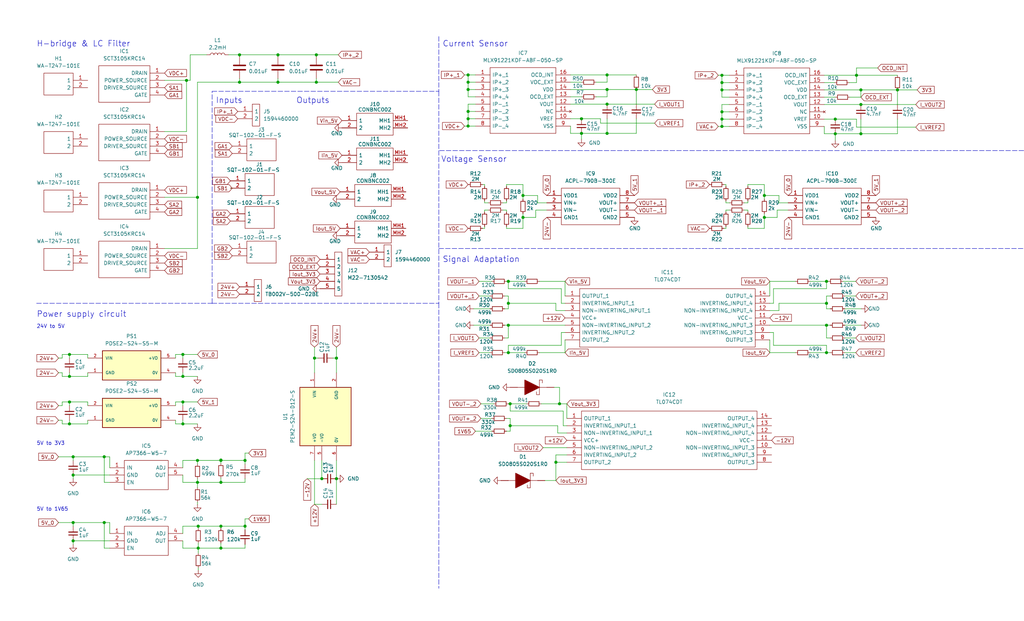
<source format=kicad_sch>
(kicad_sch (version 20211123) (generator eeschema)
  (paper "USLegal")
  (lib_symbols
    (symbol "10k_1" (pin_numbers hide) (pin_names (offset 0.762))
      (property "Reference" "R" (at 13.97 6.35 0))
      (property "Value" "10k_1" (at 13.97 3.81 0))
      (symbol "10k_1_1_1"
        (pin passive line (at 0 2.54 270) (length 0.762) (name "~") (number "1"))
        (pin passive line (at 0 -2.54 90) (length 0.762) (name "~") (number "2"))
      )
    )
    (symbol "10k_2" (pin_numbers hide) (pin_names (offset 0.762))
      (property "Reference" "R" (at 13.97 6.35 0))
      (property "Value" "10k_2" (at 13.97 3.81 0))
      (symbol "10k_2_1_1"
        (pin passive line (at 0 2.54 270) (length 0.762) (name "~") (number "1"))
        (pin passive line (at 0 -2.54 90) (length 0.762) (name "~") (number "2"))
      )
    )
    (symbol "2M_1" (pin_numbers hide) (pin_names (offset 0.762))
      (property "Reference" "R" (at 13.97 6.35 0))
      (property "Value" "2M_1" (at 13.97 3.81 0))
      (symbol "2M_1_1_1"
        (pin passive line (at 0 2.54 270) (length 0.762) (name "~") (number "1"))
        (pin passive line (at 0 -2.54 90) (length 0.762) (name "~") (number "2"))
      )
    )
    (symbol "499k_1" (pin_numbers hide) (pin_names (offset 0.762))
      (property "Reference" "R" (at 13.97 6.35 0))
      (property "Value" "499k_1" (at 13.97 3.81 0))
      (symbol "499k_1_1_1"
        (pin passive line (at 0 2.54 270) (length 0.762) (name "~") (number "1"))
        (pin passive line (at 0 -2.54 90) (length 0.762) (name "~") (number "2"))
      )
    )
    (symbol "Device:C" (pin_numbers hide) (pin_names (offset 0.254))
      (property "Reference" "C" (at 0.635 2.54 0))
      (property "Value" "C" (at 0.635 -2.54 0))
      (symbol "C_1_1"
        (pin passive line (at 0 3.81 270) (length 2.794) (name "~") (number "1"))
        (pin passive line (at 0 -3.81 90) (length 2.794) (name "~") (number "2"))
      )
    )
    (symbol "Device:L" (pin_numbers hide) (pin_names (offset 1.016) hide)
      (property "Reference" "L" (at -1.27 0 90))
      (property "Value" "L" (at 1.905 0 90))
      (symbol "L_1_1"
        (pin passive line (at 0 3.81 270) (length 1.27) (name "1") (number "1"))
        (pin passive line (at 0 -3.81 90) (length 1.27) (name "2") (number "2"))
      )
    )
    (symbol "Device:R_Small" (pin_numbers hide) (pin_names (offset 0.254) hide)
      (property "Reference" "R" (at 0.762 0.508 0))
      (property "Value" "R_Small" (at 0.762 -1.016 0))
      (symbol "R_Small_1_1"
        (pin passive line (at 0 2.54 270) (length 0.762) (name "~") (number "1"))
        (pin passive line (at 0 -2.54 90) (length 0.762) (name "~") (number "2"))
      )
    )
    (symbol "PCB_Hbridge:10k" (pin_numbers hide) (pin_names (offset 0.762))
      (property "Reference" "R" (at 13.97 6.35 0))
      (property "Value" "10k" (at 13.97 3.81 0))
      (symbol "10k_1_1"
        (pin passive line (at 0 2.54 270) (length 0.762) (name "~") (number "1"))
        (pin passive line (at 0 -2.54 90) (length 0.762) (name "~") (number "2"))
      )
    )
    (symbol "PCB_Hbridge:120k" (pin_numbers hide) (pin_names (offset 0.762))
      (property "Reference" "R" (at 13.97 6.35 0))
      (property "Value" "120k" (at 13.97 3.81 0))
      (symbol "120k_1_1"
        (pin passive line (at 0 2.54 270) (length 0.762) (name "~") (number "1"))
        (pin passive line (at 0 -2.54 90) (length 0.762) (name "~") (number "2"))
      )
    )
    (symbol "PCB_Hbridge:1594460000" (pin_names (offset 0.762))
      (property "Reference" "J" (at 16.51 7.62 0))
      (property "Value" "1594460000" (at 16.51 5.08 0))
      (symbol "1594460000_0_0"
        (pin passive line (at 0 0 0) (length 5.08) (name "1") (number "1"))
        (pin passive line (at 0 -2.54 0) (length 5.08) (name "2") (number "2"))
      )
    )
    (symbol "PCB_Hbridge:1uF" (pin_numbers hide) (pin_names (offset 0.762))
      (property "Reference" "C" (at 8.89 6.35 0))
      (property "Value" "1uF" (at 8.89 3.81 0))
      (symbol "1uF_1_1"
        (pin passive line (at 3.81 0 0) (length 2.032) (name "~") (number "1"))
        (pin passive line (at 8.89 0 180) (length 2.032) (name "~") (number "2"))
      )
    )
    (symbol "PCB_Hbridge:2.2uF" (pin_numbers hide) (pin_names (offset 0.762))
      (property "Reference" "C" (at 8.89 6.35 0))
      (property "Value" "2.2uF" (at 8.89 3.81 0))
      (symbol "2.2uF_1_1"
        (pin passive line (at 4.064 0 0) (length 2.032) (name "~") (number "1"))
        (pin passive line (at 9.144 0 180) (length 2.032) (name "~") (number "2"))
      )
    )
    (symbol "PCB_Hbridge:270k" (pin_numbers hide) (pin_names (offset 0.762))
      (property "Reference" "R" (at 13.97 6.35 0))
      (property "Value" "270k" (at 13.97 3.81 0))
      (symbol "270k_1_1"
        (pin passive line (at 8.8392 0 0) (length 0.762) (name "~") (number "1"))
        (pin passive line (at 13.9192 0 180) (length 0.762) (name "~") (number "2"))
      )
    )
    (symbol "PCB_Hbridge:2M" (pin_numbers hide) (pin_names (offset 0.762))
      (property "Reference" "R" (at 13.97 6.35 0))
      (property "Value" "2M" (at 13.97 3.81 0))
      (symbol "2M_1_1"
        (pin passive line (at 0 2.54 270) (length 0.762) (name "~") (number "1"))
        (pin passive line (at 0 -2.54 90) (length 0.762) (name "~") (number "2"))
      )
    )
    (symbol "PCB_Hbridge:2k" (pin_numbers hide) (pin_names (offset 0.762))
      (property "Reference" "R" (at 13.97 6.35 0))
      (property "Value" "2k" (at 13.97 3.81 0))
      (symbol "2k_1_1"
        (pin passive line (at 0 2.54 270) (length 0.762) (name "~") (number "1"))
        (pin passive line (at 0 -2.54 90) (length 0.762) (name "~") (number "2"))
      )
    )
    (symbol "PCB_Hbridge:330k" (pin_numbers hide) (pin_names (offset 0.762))
      (property "Reference" "R" (at 13.97 6.35 0))
      (property "Value" "330k" (at 13.97 3.81 0))
      (symbol "330k_1_1"
        (pin passive line (at 0 2.54 270) (length 0.762) (name "~") (number "1"))
        (pin passive line (at 0 -2.54 90) (length 0.762) (name "~") (number "2"))
      )
    )
    (symbol "PCB_Hbridge:4.7nF" (pin_numbers hide) (pin_names (offset 0.762))
      (property "Reference" "C" (at 8.89 6.35 0))
      (property "Value" "4.7nF" (at 8.89 3.81 0))
      (symbol "4.7nF_1_1"
        (pin passive line (at 4.064 0 0) (length 2.032) (name "~") (number "1"))
        (pin passive line (at 9.144 0 180) (length 2.032) (name "~") (number "2"))
      )
    )
    (symbol "PCB_Hbridge:47nF" (pin_numbers hide) (pin_names (offset 0.762))
      (property "Reference" "C" (at 8.89 6.35 0))
      (property "Value" "47nF" (at 8.89 3.81 0))
      (symbol "47nF_1_1"
        (pin passive line (at 4.064 0 0) (length 2.032) (name "~") (number "1"))
        (pin passive line (at 9.144 0 180) (length 2.032) (name "~") (number "2"))
      )
    )
    (symbol "PCB_Hbridge:499k" (pin_numbers hide) (pin_names (offset 0.762))
      (property "Reference" "R" (at 13.97 6.35 0))
      (property "Value" "499k" (at 13.97 3.81 0))
      (symbol "499k_1_1"
        (pin passive line (at 9.0805 0.0635 0) (length 0.762) (name "~") (number "1"))
        (pin passive line (at 14.1605 0.0635 180) (length 0.762) (name "~") (number "2"))
      )
    )
    (symbol "PCB_Hbridge:56k" (pin_numbers hide) (pin_names (offset 0.762))
      (property "Reference" "R" (at 13.97 6.35 0))
      (property "Value" "56k" (at 13.97 3.81 0))
      (symbol "56k_1_1"
        (pin passive line (at 0 2.54 270) (length 0.762) (name "~") (number "1"))
        (pin passive line (at 0 -2.54 90) (length 0.762) (name "~") (number "2"))
      )
    )
    (symbol "PCB_Hbridge:ACPL-790B-300E" (pin_names (offset 0.762))
      (property "Reference" "IC" (at 26.67 7.62 0))
      (property "Value" "ACPL-790B-300E" (at 26.67 5.08 0))
      (symbol "ACPL-790B-300E_0_0"
        (pin passive line (at 0 0 0) (length 5.08) (name "VDD1") (number "1"))
        (pin passive line (at 0 -2.54 0) (length 5.08) (name "VIN+") (number "2"))
        (pin passive line (at 0 -5.08 0) (length 5.08) (name "VIN-") (number "3"))
        (pin passive line (at 0 -7.62 0) (length 5.08) (name "GND1") (number "4"))
        (pin passive line (at 30.48 -7.62 180) (length 5.08) (name "GND2") (number "5"))
        (pin passive line (at 30.48 -5.08 180) (length 5.08) (name "VOUT-") (number "6"))
        (pin passive line (at 30.48 -2.54 180) (length 5.08) (name "VOUT+") (number "7"))
        (pin passive line (at 30.48 0 180) (length 5.08) (name "VDD2") (number "8"))
      )
    )
    (symbol "PCB_Hbridge:AP7366-W5-7" (pin_names (offset 0.762))
      (property "Reference" "IC" (at 21.59 7.62 0))
      (property "Value" "AP7366-W5-7" (at 21.59 5.08 0))
      (symbol "AP7366-W5-7_0_0"
        (pin passive line (at 0 0 0) (length 5.08) (name "IN") (number "1"))
        (pin passive line (at 0 -2.54 0) (length 5.08) (name "GND") (number "2"))
        (pin passive line (at 0 -5.08 0) (length 5.08) (name "EN") (number "3"))
        (pin passive line (at 25.4 0 180) (length 5.08) (name "ADJ") (number "4"))
        (pin passive line (at 25.4 -2.54 180) (length 5.08) (name "OUT") (number "5"))
      )
    )
    (symbol "PCB_Hbridge:CONBNC002" (pin_names (offset 0.762))
      (property "Reference" "J" (at 19.05 7.62 0))
      (property "Value" "CONBNC002" (at 19.05 5.08 0))
      (symbol "CONBNC002_0_0"
        (pin passive line (at 0 0 0) (length 5.08) (name "1") (number "1"))
        (pin passive line (at 0 -2.54 0) (length 5.08) (name "2") (number "2"))
        (pin passive line (at 22.86 0 180) (length 5.08) (name "MH1") (number "MH1"))
        (pin passive line (at 22.86 -2.54 180) (length 5.08) (name "MH2") (number "MH2"))
      )
    )
    (symbol "PCB_Hbridge:M22-7130542" (pin_names (offset 0.762))
      (property "Reference" "J" (at 16.51 7.62 0))
      (property "Value" "M22-7130542" (at 16.51 5.08 0))
      (symbol "M22-7130542_0_0"
        (pin passive line (at 0 0 0) (length 5.08) (name "1") (number "1"))
        (pin passive line (at 0 -2.54 0) (length 5.08) (name "2") (number "2"))
        (pin passive line (at 0 -5.08 0) (length 5.08) (name "3") (number "3"))
        (pin passive line (at 0 -7.62 0) (length 5.08) (name "4") (number "4"))
        (pin passive line (at 0 -10.16 0) (length 5.08) (name "5") (number "5"))
      )
    )
    (symbol "PCB_Hbridge:MLX91221KDF-ABF-050-SP" (pin_names (offset 0.762))
      (property "Reference" "IC" (at 29.21 7.62 0))
      (property "Value" "MLX91221KDF-ABF-050-SP" (at 29.21 5.08 0))
      (symbol "MLX91221KDF-ABF-050-SP_0_0"
        (pin passive line (at 0 0 0) (length 5.08) (name "IP+_1") (number "1"))
        (pin passive line (at 33.02 -15.24 180) (length 5.08) (name "VREF") (number "10"))
        (pin no_connect line (at 33.02 -12.7 180) (length 5.08) (name "NC") (number "11"))
        (pin passive line (at 33.02 -10.16 180) (length 5.08) (name "VOUT") (number "12"))
        (pin passive line (at 33.02 -7.62 180) (length 5.08) (name "OCD_EXT") (number "13"))
        (pin passive line (at 33.02 -5.08 180) (length 5.08) (name "VDD") (number "14"))
        (pin passive line (at 33.02 -2.54 180) (length 5.08) (name "VOC_EXT") (number "15"))
        (pin passive line (at 33.02 0 180) (length 5.08) (name "OCD_INT") (number "16"))
        (pin passive line (at 0 -2.54 0) (length 5.08) (name "IP+_2") (number "2"))
        (pin passive line (at 0 -5.08 0) (length 5.08) (name "IP+_3") (number "3"))
        (pin passive line (at 0 -7.62 0) (length 5.08) (name "IP+_4") (number "4"))
        (pin passive line (at 0 -10.16 0) (length 5.08) (name "IP-_1") (number "5"))
        (pin passive line (at 0 -12.7 0) (length 5.08) (name "IP-_2") (number "6"))
        (pin passive line (at 0 -15.24 0) (length 5.08) (name "IP-_3") (number "7"))
        (pin passive line (at 0 -17.78 0) (length 5.08) (name "IP-_4") (number "8"))
        (pin passive line (at 33.02 -17.78 180) (length 5.08) (name "VSS") (number "9"))
      )
    )
    (symbol "PCB_Hbridge:PDSE2-S24-S5-M" (pin_names (offset 1.016))
      (property "Reference" "PS" (at -10.16 5.842 0))
      (property "Value" "PDSE2-S24-S5-M" (at -10.16 -5.842 0))
      (symbol "PDSE2-S24-S5-M_0_0"
        (pin power_in line (at -15.24 -2.54 0) (length 5.08) (name "GND") (number "1"))
        (pin input line (at -15.24 2.54 0) (length 5.08) (name "VIN") (number "2"))
        (pin output line (at 15.24 -2.54 180) (length 5.08) (name "0V") (number "4"))
        (pin output line (at 15.24 2.54 180) (length 5.08) (name "+VO") (number "5"))
      )
    )
    (symbol "PCB_Hbridge:PEM2-S24-D12-S" (pin_names (offset 1.016))
      (property "Reference" "U" (at -10.1854 7.6454 0))
      (property "Value" "PEM2-S24-D12-S" (at -10.2108 -12.7762 0))
      (symbol "PEM2-S24-D12-S_0_0"
        (pin input line (at -15.24 2.54 0) (length 5.08) (name "VIN") (number "1"))
        (pin power_in line (at -15.24 -5.08 0) (length 5.08) (name "GND") (number "2"))
        (pin output line (at 15.24 0 180) (length 5.08) (name "-VO") (number "5"))
        (pin power_in line (at 15.24 -5.08 180) (length 5.08) (name "0V") (number "6"))
        (pin output line (at 15.24 2.54 180) (length 5.08) (name "+VO") (number "7"))
      )
    )
    (symbol "PCB_Hbridge:SCT3105KRC14" (pin_names (offset 0.762))
      (property "Reference" "IC" (at 22.86 2.54 0))
      (property "Value" "SCT3105KRC14" (at 22.86 0 0))
      (symbol "SCT3105KRC14_0_0"
        (pin passive line (at 0 0 0) (length 5.08) (name "DRAIN") (number "1"))
        (pin passive line (at 0 -2.54 0) (length 5.08) (name "POWER_SOURCE") (number "2"))
        (pin passive line (at 0 -5.08 0) (length 5.08) (name "DRIVER_SOURCE") (number "3"))
        (pin passive line (at 0 -7.62 0) (length 5.08) (name "GATE") (number "4"))
      )
    )
    (symbol "PCB_Hbridge:SD0805S020S1R0" (pin_numbers hide) (pin_names (offset 0.762))
      (property "Reference" "D" (at 12.7 8.89 0))
      (property "Value" "SD0805S020S1R0" (at 12.7 6.35 0))
      (symbol "SD0805S020S1R0_0_0"
        (pin passive line (at 2.54 0 0) (length 2.54) (name "~") (number "1"))
        (pin passive line (at 17.78 0 180) (length 2.54) (name "~") (number "2"))
      )
    )
    (symbol "PCB_Hbridge:SQT-102-01-F-S" (pin_names (offset 0.762))
      (property "Reference" "J" (at 16.51 7.62 0))
      (property "Value" "SQT-102-01-F-S" (at 16.51 5.08 0))
      (symbol "SQT-102-01-F-S_0_0"
        (pin passive line (at 0 0 0) (length 5.08) (name "1") (number "1"))
        (pin passive line (at 0 -2.54 0) (length 5.08) (name "2") (number "2"))
      )
    )
    (symbol "PCB_Hbridge:TB002V-500-02BE" (pin_names (offset 0.762))
      (property "Reference" "J" (at 16.51 7.62 0))
      (property "Value" "TB002V-500-02BE" (at 16.51 5.08 0))
      (symbol "TB002V-500-02BE_0_0"
        (pin passive line (at 0 0 0) (length 5.08) (name "1") (number "1"))
        (pin passive line (at 0 -2.54 0) (length 5.08) (name "2") (number "2"))
      )
    )
    (symbol "PCB_Hbridge:TL074CDT" (pin_names (offset 0.762))
      (property "Reference" "IC" (at 67.31 7.62 0))
      (property "Value" "TL074CDT" (at 67.31 5.08 0))
      (symbol "TL074CDT_0_0"
        (pin passive line (at 0 0 0) (length 5.08) (name "OUTPUT_1") (number "1"))
        (pin passive line (at 71.12 -10.16 180) (length 5.08) (name "NON-INVERTING_INPUT_3") (number "10"))
        (pin passive line (at 71.12 -7.62 180) (length 5.08) (name "VCC-") (number "11"))
        (pin passive line (at 71.12 -5.08 180) (length 5.08) (name "NON-INVERTING_INPUT_4") (number "12"))
        (pin passive line (at 71.12 -2.54 180) (length 5.08) (name "INVERTING_INPUT_4") (number "13"))
        (pin passive line (at 71.12 0 180) (length 5.08) (name "OUTPUT_4") (number "14"))
        (pin passive line (at 0 -2.54 0) (length 5.08) (name "INVERTING_INPUT_1") (number "2"))
        (pin passive line (at 0 -5.08 0) (length 5.08) (name "NON-INVERTING_INPUT_1") (number "3"))
        (pin passive line (at 0 -7.62 0) (length 5.08) (name "VCC+") (number "4"))
        (pin passive line (at 0 -10.16 0) (length 5.08) (name "NON-INVERTING_INPUT_2") (number "5"))
        (pin passive line (at 0 -12.7 0) (length 5.08) (name "INVERTING_INPUT_2") (number "6"))
        (pin passive line (at 0 -15.24 0) (length 5.08) (name "OUTPUT_2") (number "7"))
        (pin passive line (at 71.12 -15.24 180) (length 5.08) (name "OUTPUT_3") (number "8"))
        (pin passive line (at 71.12 -12.7 180) (length 5.08) (name "INVERTING_INPUT_3") (number "9"))
      )
    )
    (symbol "PCB_Hbridge:WA-T247-101E" (pin_names (offset 0.762))
      (property "Reference" "H" (at 16.51 2.54 0))
      (property "Value" "WA-T247-101E" (at 16.51 0 0))
      (symbol "WA-T247-101E_0_0"
        (pin passive line (at 0 0 0) (length 5.08) (name "1") (number "1"))
        (pin passive line (at 0 -2.54 0) (length 5.08) (name "2") (number "2"))
      )
    )
    (symbol "power:GND" (power) (pin_names (offset 0))
      (property "Value" "GND" (at 0 -3.81 0))
      (symbol "GND_1_1"
        (pin power_in line (at 0 0 270) (length 0) hide (name "GND") (number "1"))
      )
    )
  )
  (junction (at 63.5 123.19))
  (junction (at 24.13 130.81))
  (junction (at 76.708 167.64))
  (junction (at 36.195 181.61))
  (junction (at 181.61 75.565))
  (junction (at 25.4 165.1))
  (junction (at 201.93 41.275))
  (junction (at 109.855 28.575))
  (junction (at 25.4 181.61))
  (junction (at 290.068 41.402))
  (junction (at 85.09 160.02))
  (junction (at 176.53 105.41))
  (junction (at 297.434 26.162))
  (junction (at 76.708 160.02))
  (junction (at 36.195 158.75))
  (junction (at 24.13 123.19))
  (junction (at 290.068 46.482))
  (junction (at 68.834 190.5))
  (junction (at 83.185 19.05))
  (junction (at 68.834 182.88))
  (junction (at 210.82 46.355))
  (junction (at 63.5 139.7))
  (junction (at 210.82 31.115))
  (junction (at 194.31 140.335))
  (junction (at 265.43 67.945))
  (junction (at 68.58 167.64))
  (junction (at 162.56 41.275))
  (junction (at 176.53 97.79))
  (junction (at 68.58 160.02))
  (junction (at 162.56 28.575))
  (junction (at 250.698 28.702))
  (junction (at 177.165 140.335))
  (junction (at 250.698 26.162))
  (junction (at 111.76 166.37))
  (junction (at 162.56 43.815))
  (junction (at 109.22 124.46))
  (junction (at 176.53 113.03))
  (junction (at 109.855 19.05))
  (junction (at 76.708 190.5))
  (junction (at 162.56 26.035))
  (junction (at 210.82 26.035))
  (junction (at 76.708 182.88))
  (junction (at 76.708 159.893))
  (junction (at 287.02 97.79))
  (junction (at 250.698 43.942))
  (junction (at 311.658 31.242))
  (junction (at 201.93 46.355))
  (junction (at 181.61 67.945))
  (junction (at 96.52 28.575))
  (junction (at 250.698 31.242))
  (junction (at 162.56 31.115))
  (junction (at 287.02 122.555))
  (junction (at 210.82 36.195))
  (junction (at 298.958 46.482))
  (junction (at 176.53 122.555))
  (junction (at 68.58 68.58))
  (junction (at 298.958 31.242))
  (junction (at 265.43 75.565))
  (junction (at 116.84 124.46))
  (junction (at 250.698 38.862))
  (junction (at 116.84 166.37))
  (junction (at 220.98 31.115))
  (junction (at 298.958 36.322))
  (junction (at 63.5 130.81))
  (junction (at 250.698 41.402))
  (junction (at 25.4 187.96))
  (junction (at 193.04 160.655))
  (junction (at 24.13 139.7))
  (junction (at 24.13 147.32))
  (junction (at 287.02 105.41))
  (junction (at 162.56 38.735))
  (junction (at 85.09 182.88))
  (junction (at 25.4 158.75))
  (junction (at 63.5 147.32))
  (junction (at 177.165 147.955))
  (junction (at 83.185 28.575))
  (junction (at 96.52 19.05))
  (junction (at 64.77 27.94))
  (junction (at 287.02 113.03))
  (wire (pts (xy 259.715 78.74) (xy 259.715 79.375)))
  (wire (pts (xy 21.59 140.97) (xy 21.59 139.7)))
  (wire (pts (xy 166.37 102.87) (xy 170.18 102.87)))
  (polyline (pts (xy 73.66 105.41) (xy 73.66 31.75)))
  (wire (pts (xy 63.5 130.81) (xy 60.96 130.81)))
  (wire (pts (xy 164.465 107.315) (xy 170.18 107.315)))
  (wire (pts (xy 189.23 167.005) (xy 193.04 167.005)))
  (wire (pts (xy 25.4 158.75) (xy 20.32 158.75)))
  (wire (pts (xy 177.165 140.335) (xy 177.165 142.875)))
  (wire (pts (xy 162.56 31.115) (xy 165.1 31.115)))
  (wire (pts (xy 68.58 166.37) (xy 68.58 167.64)))
  (wire (pts (xy 287.02 105.41) (xy 287.02 107.315)))
  (wire (pts (xy 207.01 33.655) (xy 210.82 33.655)))
  (wire (pts (xy 96.52 19.685) (xy 96.52 19.05)))
  (wire (pts (xy 68.58 167.64) (xy 68.58 169.418)))
  (wire (pts (xy 193.04 160.655) (xy 193.04 158.115)))
  (wire (pts (xy 287.02 120.015) (xy 268.605 120.015)))
  (wire (pts (xy 24.13 123.19) (xy 24.13 124.46)))
  (wire (pts (xy 68.58 160.02) (xy 76.708 160.02)))
  (wire (pts (xy 176.53 117.475) (xy 176.53 113.03)))
  (wire (pts (xy 83.185 27.305) (xy 83.185 28.575)))
  (wire (pts (xy 276.225 97.79) (xy 267.335 97.79)))
  (wire (pts (xy 198.12 41.275) (xy 201.93 41.275)))
  (wire (pts (xy 268.605 120.015) (xy 268.605 115.57)))
  (wire (pts (xy 76.708 188.722) (xy 76.708 190.5)))
  (wire (pts (xy 250.698 38.862) (xy 253.238 38.862)))
  (wire (pts (xy 220.98 46.355) (xy 210.82 46.355)))
  (wire (pts (xy 259.715 70.485) (xy 259.715 69.85)))
  (wire (pts (xy 80.645 65.405) (xy 80.01 65.405)))
  (wire (pts (xy 68.58 160.02) (xy 68.58 161.29)))
  (wire (pts (xy 198.12 43.815) (xy 198.12 46.355)))
  (wire (pts (xy 109.22 124.46) (xy 109.22 129.54)))
  (wire (pts (xy 76.708 166.116) (xy 76.708 167.64)))
  (wire (pts (xy 162.56 41.275) (xy 162.56 43.815)))
  (wire (pts (xy 270.51 107.95) (xy 270.51 105.41)))
  (wire (pts (xy 252.095 70.485) (xy 252.095 69.85)))
  (wire (pts (xy 85.09 190.5) (xy 85.09 189.23)))
  (wire (pts (xy 182.88 140.335) (xy 177.165 140.335)))
  (wire (pts (xy 68.58 28.575) (xy 68.58 68.58)))
  (wire (pts (xy 268.605 100.33) (xy 268.605 105.41)))
  (wire (pts (xy 181.61 74.295) (xy 181.61 75.565)))
  (wire (pts (xy 273.685 73.025) (xy 269.875 73.025)))
  (wire (pts (xy 175.895 64.77) (xy 175.895 64.135)))
  (wire (pts (xy 85.09 180.34) (xy 85.09 182.88)))
  (wire (pts (xy 60.96 140.97) (xy 60.96 139.7)))
  (wire (pts (xy 85.09 161.29) (xy 85.09 160.02)))
  (wire (pts (xy 193.675 150.495) (xy 193.675 147.955)))
  (wire (pts (xy 38.1 158.75) (xy 36.195 158.75)))
  (wire (pts (xy 287.655 97.79) (xy 287.02 97.79)))
  (wire (pts (xy 288.29 113.03) (xy 287.02 113.03)))
  (wire (pts (xy 175.895 70.485) (xy 175.895 69.85)))
  (wire (pts (xy 111.76 160.02) (xy 111.76 166.37)))
  (wire (pts (xy 68.58 167.64) (xy 76.708 167.64)))
  (wire (pts (xy 298.958 41.402) (xy 298.958 46.482)))
  (wire (pts (xy 250.698 33.782) (xy 253.238 33.782)))
  (wire (pts (xy 21.59 129.54) (xy 21.59 130.81)))
  (wire (pts (xy 86.36 157.48) (xy 85.09 157.48)))
  (wire (pts (xy 276.225 122.555) (xy 267.335 122.555)))
  (wire (pts (xy 194.945 115.57) (xy 196.215 115.57)))
  (wire (pts (xy 21.59 147.32) (xy 24.13 147.32)))
  (wire (pts (xy 265.43 75.565) (xy 265.43 79.375)))
  (wire (pts (xy 109.22 120.65) (xy 109.22 124.46)))
  (wire (pts (xy 162.56 33.655) (xy 165.1 33.655)))
  (wire (pts (xy 286.258 41.402) (xy 290.068 41.402)))
  (wire (pts (xy 250.698 41.402) (xy 250.698 43.942)))
  (wire (pts (xy 297.18 117.475) (xy 293.37 117.475)))
  (wire (pts (xy 68.58 147.32) (xy 63.5 147.32)))
  (wire (pts (xy 250.698 28.702) (xy 253.238 28.702)))
  (wire (pts (xy 176.53 102.87) (xy 176.53 105.41)))
  (wire (pts (xy 175.895 78.74) (xy 175.895 79.375)))
  (wire (pts (xy 265.43 64.135) (xy 265.43 67.945)))
  (polyline (pts (xy 152.4 86.36) (xy 369.57 86.36)))
  (wire (pts (xy 168.275 73.025) (xy 168.275 73.66)))
  (wire (pts (xy 187.325 97.79) (xy 196.215 97.79)))
  (wire (pts (xy 250.698 31.242) (xy 250.698 33.782)))
  (wire (pts (xy 187.325 122.555) (xy 196.215 122.555)))
  (wire (pts (xy 76.708 161.036) (xy 76.708 160.02)))
  (wire (pts (xy 311.658 41.402) (xy 311.658 46.482)))
  (wire (pts (xy 36.195 158.75) (xy 36.195 167.64)))
  (wire (pts (xy 63.5 139.7) (xy 63.5 140.97)))
  (wire (pts (xy 38.1 167.64) (xy 36.195 167.64)))
  (wire (pts (xy 286.258 36.322) (xy 298.958 36.322)))
  (wire (pts (xy 64.77 45.72) (xy 57.15 45.72)))
  (wire (pts (xy 109.855 27.305) (xy 109.855 28.575)))
  (wire (pts (xy 63.5 167.64) (xy 68.58 167.64)))
  (polyline (pts (xy 73.66 105.41) (xy 152.4 105.41)))
  (wire (pts (xy 196.215 97.79) (xy 196.215 102.87)))
  (wire (pts (xy 162.56 31.115) (xy 162.56 33.655)))
  (wire (pts (xy 109.855 28.575) (xy 117.475 28.575)))
  (wire (pts (xy 68.834 182.88) (xy 76.708 182.88)))
  (wire (pts (xy 194.945 100.33) (xy 194.945 105.41)))
  (wire (pts (xy 109.22 160.02) (xy 109.22 175.26)))
  (wire (pts (xy 116.84 124.46) (xy 116.84 129.54)))
  (wire (pts (xy 25.4 187.96) (xy 38.1 187.96)))
  (wire (pts (xy 176.53 122.555) (xy 176.53 120.015)))
  (wire (pts (xy 196.215 107.95) (xy 193.04 107.95)))
  (wire (pts (xy 60.96 146.05) (xy 60.96 147.32)))
  (wire (pts (xy 85.09 184.15) (xy 85.09 182.88)))
  (wire (pts (xy 30.48 129.54) (xy 30.48 130.81)))
  (wire (pts (xy 186.69 70.485) (xy 186.69 67.945)))
  (wire (pts (xy 270.51 70.485) (xy 270.51 67.945)))
  (wire (pts (xy 25.4 165.1) (xy 38.1 165.1)))
  (polyline (pts (xy 73.66 31.75) (xy 152.4 31.75)))
  (wire (pts (xy 83.185 19.05) (xy 83.185 19.685)))
  (wire (pts (xy 38.1 185.42) (xy 38.1 181.61)))
  (wire (pts (xy 174.625 70.485) (xy 175.895 70.485)))
  (wire (pts (xy 196.85 150.495) (xy 193.675 150.495)))
  (wire (pts (xy 250.698 28.702) (xy 250.698 31.242)))
  (wire (pts (xy 250.698 26.162) (xy 253.238 26.162)))
  (wire (pts (xy 36.195 181.61) (xy 25.4 181.61)))
  (wire (pts (xy 76.708 160.02) (xy 76.708 159.893)))
  (wire (pts (xy 270.51 67.945) (xy 265.43 67.945)))
  (wire (pts (xy 162.56 43.815) (xy 165.1 43.815)))
  (wire (pts (xy 288.29 107.315) (xy 287.02 107.315)))
  (wire (pts (xy 165.1 149.86) (xy 170.815 149.86)))
  (wire (pts (xy 25.4 158.75) (xy 25.4 160.02)))
  (wire (pts (xy 267.335 122.555) (xy 267.335 118.11)))
  (wire (pts (xy 269.875 73.025) (xy 269.875 75.565)))
  (polyline (pts (xy 152.654 52.324) (xy 369.57 52.324)))
  (wire (pts (xy 76.708 160.02) (xy 85.09 160.02)))
  (wire (pts (xy 106.68 166.37) (xy 111.76 166.37)))
  (wire (pts (xy 252.095 64.77) (xy 252.095 64.135)))
  (wire (pts (xy 281.305 97.79) (xy 287.02 97.79)))
  (wire (pts (xy 116.84 166.37) (xy 116.84 175.26)))
  (wire (pts (xy 30.48 140.97) (xy 30.48 139.7)))
  (wire (pts (xy 210.82 36.195) (xy 227.33 36.195)))
  (wire (pts (xy 57.15 68.58) (xy 68.58 68.58)))
  (wire (pts (xy 63.5 165.1) (xy 63.5 167.64)))
  (wire (pts (xy 196.215 122.555) (xy 196.215 118.11)))
  (wire (pts (xy 63.5 160.02) (xy 68.58 160.02)))
  (wire (pts (xy 187.96 140.335) (xy 194.31 140.335)))
  (wire (pts (xy 21.59 130.81) (xy 24.13 130.81)))
  (wire (pts (xy 189.865 73.025) (xy 186.055 73.025)))
  (wire (pts (xy 294.894 28.702) (xy 297.434 28.702)))
  (wire (pts (xy 252.095 73.025) (xy 252.095 73.66)))
  (wire (pts (xy 286.258 43.942) (xy 286.258 46.482)))
  (wire (pts (xy 252.095 79.375) (xy 251.46 79.375)))
  (wire (pts (xy 267.335 107.95) (xy 270.51 107.95)))
  (wire (pts (xy 168.275 64.135) (xy 167.64 64.135)))
  (wire (pts (xy 295.148 33.782) (xy 298.958 33.782)))
  (wire (pts (xy 226.568 31.115) (xy 220.98 31.115)))
  (wire (pts (xy 253.365 70.485) (xy 252.095 70.485)))
  (wire (pts (xy 290.068 46.482) (xy 290.068 48.768)))
  (wire (pts (xy 298.958 46.482) (xy 290.068 46.482)))
  (polyline (pts (xy 369.57 85.725) (xy 369.57 86.36)))
  (wire (pts (xy 250.698 43.942) (xy 253.238 43.942)))
  (wire (pts (xy 175.895 97.79) (xy 176.53 97.79)))
  (wire (pts (xy 64.77 27.94) (xy 64.77 45.72)))
  (wire (pts (xy 76.962 190.754) (xy 76.962 190.5)))
  (wire (pts (xy 259.715 64.135) (xy 265.43 64.135)))
  (wire (pts (xy 297.18 97.79) (xy 292.735 97.79)))
  (wire (pts (xy 193.04 105.41) (xy 176.53 105.41)))
  (wire (pts (xy 162.56 41.275) (xy 165.1 41.275)))
  (wire (pts (xy 30.48 147.32) (xy 24.13 147.32)))
  (polyline (pts (xy 152.4 12.7) (xy 152.4 31.75)))
  (wire (pts (xy 162.56 26.035) (xy 162.56 28.575)))
  (wire (pts (xy 25.4 181.61) (xy 20.32 181.61)))
  (wire (pts (xy 288.29 102.87) (xy 287.02 102.87)))
  (wire (pts (xy 68.58 86.36) (xy 57.15 86.36)))
  (wire (pts (xy 195.58 142.875) (xy 195.58 147.955)))
  (wire (pts (xy 265.43 74.295) (xy 265.43 75.565)))
  (wire (pts (xy 38.1 162.56) (xy 38.1 158.75)))
  (wire (pts (xy 194.31 140.335) (xy 196.85 140.335)))
  (wire (pts (xy 281.305 122.555) (xy 287.02 122.555)))
  (wire (pts (xy 297.434 41.402) (xy 290.068 41.402)))
  (wire (pts (xy 176.53 97.79) (xy 176.53 100.33)))
  (wire (pts (xy 36.195 158.75) (xy 25.4 158.75)))
  (wire (pts (xy 68.834 188.722) (xy 68.834 190.5)))
  (wire (pts (xy 68.58 68.58) (xy 68.58 86.36)))
  (wire (pts (xy 85.09 167.64) (xy 85.09 166.37)))
  (wire (pts (xy 25.4 181.61) (xy 25.4 182.88)))
  (wire (pts (xy 198.12 33.655) (xy 201.93 33.655)))
  (wire (pts (xy 201.93 46.355) (xy 201.93 48.387)))
  (wire (pts (xy 252.095 78.74) (xy 252.095 79.375)))
  (wire (pts (xy 311.658 46.482) (xy 298.958 46.482)))
  (wire (pts (xy 265.43 67.945) (xy 265.43 69.215)))
  (wire (pts (xy 286.258 31.242) (xy 298.958 31.242)))
  (wire (pts (xy 115.57 124.46) (xy 116.84 124.46)))
  (wire (pts (xy 24.13 139.7) (xy 30.48 139.7)))
  (wire (pts (xy 60.96 123.19) (xy 63.5 123.19)))
  (wire (pts (xy 192.405 134.62) (xy 194.31 134.62)))
  (wire (pts (xy 162.56 36.195) (xy 162.56 38.735)))
  (wire (pts (xy 194.945 105.41) (xy 196.215 105.41)))
  (wire (pts (xy 208.534 42.799) (xy 208.534 41.275)))
  (wire (pts (xy 66.04 27.94) (xy 64.77 27.94)))
  (wire (pts (xy 193.04 160.655) (xy 196.85 160.655)))
  (wire (pts (xy 63.5 190.5) (xy 68.834 190.5)))
  (wire (pts (xy 162.56 28.575) (xy 165.1 28.575)))
  (wire (pts (xy 63.5 146.05) (xy 63.5 147.32)))
  (wire (pts (xy 250.698 38.862) (xy 250.698 41.402)))
  (wire (pts (xy 198.12 36.195) (xy 210.82 36.195)))
  (wire (pts (xy 287.02 102.87) (xy 287.02 105.41)))
  (wire (pts (xy 116.84 120.65) (xy 116.84 124.46)))
  (wire (pts (xy 268.605 105.41) (xy 267.335 105.41)))
  (wire (pts (xy 297.18 122.555) (xy 293.37 122.555)))
  (wire (pts (xy 24.13 146.05) (xy 24.13 147.32)))
  (wire (pts (xy 20.32 146.05) (xy 21.59 146.05)))
  (polyline (pts (xy 152.4 31.75) (xy 152.4 105.41)))
  (wire (pts (xy 176.53 105.41) (xy 176.53 107.315)))
  (wire (pts (xy 68.58 28.575) (xy 83.185 28.575)))
  (wire (pts (xy 68.834 197.358) (xy 68.834 198.12)))
  (wire (pts (xy 79.375 19.05) (xy 83.185 19.05)))
  (wire (pts (xy 63.5 162.56) (xy 63.5 160.02)))
  (wire (pts (xy 298.958 33.782) (xy 298.958 31.242)))
  (wire (pts (xy 165.1 36.195) (xy 162.56 36.195)))
  (wire (pts (xy 38.1 181.61) (xy 36.195 181.61)))
  (wire (pts (xy 210.82 33.655) (xy 210.82 31.115)))
  (wire (pts (xy 175.26 107.315) (xy 176.53 107.315)))
  (wire (pts (xy 318.516 31.242) (xy 311.658 31.242)))
  (wire (pts (xy 201.93 41.275) (xy 208.534 41.275)))
  (wire (pts (xy 85.09 157.48) (xy 85.09 160.02)))
  (wire (pts (xy 198.12 31.115) (xy 210.82 31.115)))
  (wire (pts (xy 68.834 190.5) (xy 76.708 190.5)))
  (wire (pts (xy 193.04 167.005) (xy 193.04 160.655)))
  (wire (pts (xy 304.8 23.622) (xy 297.434 23.622)))
  (wire (pts (xy 207.01 28.575) (xy 210.82 28.575)))
  (wire (pts (xy 270.51 105.41) (xy 287.02 105.41)))
  (wire (pts (xy 177.165 142.875) (xy 195.58 142.875)))
  (wire (pts (xy 68.58 130.81) (xy 63.5 130.81)))
  (polyline (pts (xy 12.7 105.41) (xy 73.66 105.41)))
  (polyline (pts (xy 369.57 52.324) (xy 369.57 53.34)))
  (wire (pts (xy 175.895 149.86) (xy 177.165 149.86)))
  (wire (pts (xy 76.708 182.88) (xy 76.708 183.642)))
  (wire (pts (xy 288.29 122.555) (xy 287.02 122.555)))
  (wire (pts (xy 287.02 122.555) (xy 287.02 120.015)))
  (wire (pts (xy 83.185 19.05) (xy 96.52 19.05)))
  (wire (pts (xy 60.96 124.46) (xy 60.96 123.19)))
  (wire (pts (xy 175.26 102.87) (xy 176.53 102.87)))
  (wire (pts (xy 193.675 147.955) (xy 177.165 147.955)))
  (wire (pts (xy 166.37 117.475) (xy 170.18 117.475)))
  (wire (pts (xy 162.56 38.735) (xy 162.56 41.275)))
  (wire (pts (xy 96.52 27.305) (xy 96.52 28.575)))
  (wire (pts (xy 68.834 182.88) (xy 68.834 183.642)))
  (wire (pts (xy 210.82 28.575) (xy 210.82 26.035)))
  (wire (pts (xy 181.61 64.135) (xy 181.61 67.945)))
  (wire (pts (xy 63.5 123.19) (xy 68.58 123.19)))
  (wire (pts (xy 250.698 41.402) (xy 253.238 41.402)))
  (wire (pts (xy 297.434 44.196) (xy 297.434 41.402)))
  (wire (pts (xy 162.56 26.035) (xy 165.1 26.035)))
  (wire (pts (xy 175.895 73.025) (xy 175.895 73.66)))
  (wire (pts (xy 210.82 31.115) (xy 220.98 31.115)))
  (wire (pts (xy 286.258 28.702) (xy 289.814 28.702)))
  (wire (pts (xy 181.61 67.945) (xy 181.61 69.215)))
  (wire (pts (xy 299.085 113.03) (xy 293.37 113.03)))
  (wire (pts (xy 162.56 38.735) (xy 165.1 38.735)))
  (wire (pts (xy 267.335 97.79) (xy 267.335 102.87)))
  (wire (pts (xy 189.865 70.485) (xy 186.69 70.485)))
  (wire (pts (xy 198.12 26.035) (xy 210.82 26.035)))
  (wire (pts (xy 194.31 134.62) (xy 194.31 140.335)))
  (wire (pts (xy 175.895 79.375) (xy 181.61 79.375)))
  (wire (pts (xy 109.855 19.05) (xy 109.855 19.685)))
  (wire (pts (xy 298.958 31.242) (xy 311.658 31.242)))
  (wire (pts (xy 227.33 42.799) (xy 208.534 42.799)))
  (wire (pts (xy 286.258 33.782) (xy 290.068 33.782)))
  (wire (pts (xy 30.48 124.46) (xy 30.48 123.19)))
  (wire (pts (xy 287.02 100.33) (xy 268.605 100.33)))
  (wire (pts (xy 38.1 190.5) (xy 36.195 190.5)))
  (wire (pts (xy 68.58 174.498) (xy 68.58 175.26)))
  (wire (pts (xy 109.855 19.05) (xy 117.475 19.05)))
  (wire (pts (xy 25.4 187.96) (xy 25.4 189.23)))
  (wire (pts (xy 188.595 155.575) (xy 196.85 155.575)))
  (wire (pts (xy 287.02 117.475) (xy 287.02 113.03)))
  (wire (pts (xy 116.84 160.02) (xy 116.84 166.37)))
  (wire (pts (xy 21.59 123.19) (xy 24.13 123.19)))
  (wire (pts (xy 169.545 73.025) (xy 168.275 73.025)))
  (wire (pts (xy 24.13 129.54) (xy 24.13 130.81)))
  (wire (pts (xy 176.53 113.03) (xy 196.215 113.03)))
  (wire (pts (xy 20.32 140.97) (xy 21.59 140.97)))
  (wire (pts (xy 86.36 180.34) (xy 85.09 180.34)))
  (wire (pts (xy 168.275 79.375) (xy 167.64 79.375)))
  (wire (pts (xy 258.445 73.025) (xy 259.715 73.025)))
  (wire (pts (xy 175.895 145.415) (xy 177.165 145.415)))
  (wire (pts (xy 36.195 181.61) (xy 36.195 190.5)))
  (wire (pts (xy 175.895 64.135) (xy 181.61 64.135)))
  (wire (pts (xy 63.5 139.7) (xy 68.58 139.7)))
  (wire (pts (xy 176.53 120.015) (xy 194.945 120.015)))
  (wire (pts (xy 259.715 79.375) (xy 265.43 79.375)))
  (wire (pts (xy 210.82 26.035) (xy 220.98 26.035)))
  (wire (pts (xy 25.4 165.1) (xy 25.4 166.37)))
  (wire (pts (xy 168.275 70.485) (xy 168.275 69.85)))
  (wire (pts (xy 286.258 46.482) (xy 290.068 46.482)))
  (wire (pts (xy 193.04 158.115) (xy 196.85 158.115)))
  (wire (pts (xy 20.32 129.54) (xy 21.59 129.54)))
  (wire (pts (xy 220.98 36.195) (xy 220.98 31.115)))
  (wire (pts (xy 21.59 146.05) (xy 21.59 147.32)))
  (wire (pts (xy 96.52 28.575) (xy 109.855 28.575)))
  (wire (pts (xy 250.698 31.242) (xy 253.238 31.242)))
  (wire (pts (xy 298.958 36.322) (xy 318.008 36.322)))
  (wire (pts (xy 168.275 64.77) (xy 168.275 64.135)))
  (wire (pts (xy 182.245 97.79) (xy 176.53 97.79)))
  (wire (pts (xy 196.85 140.335) (xy 196.85 145.415)))
  (wire (pts (xy 299.085 107.315) (xy 293.37 107.315)))
  (wire (pts (xy 83.185 28.575) (xy 96.52 28.575)))
  (wire (pts (xy 66.04 19.05) (xy 71.755 19.05)))
  (wire (pts (xy 287.02 97.79) (xy 287.02 100.33)))
  (wire (pts (xy 258.445 70.485) (xy 259.715 70.485)))
  (wire (pts (xy 76.708 182.88) (xy 85.09 182.88)))
  (wire (pts (xy 63.5 147.32) (xy 60.96 147.32)))
  (wire (pts (xy 253.238 36.322) (xy 250.698 36.322)))
  (wire (pts (xy 167.005 145.415) (xy 170.815 145.415)))
  (wire (pts (xy 286.258 26.162) (xy 297.434 26.162)))
  (wire (pts (xy 76.708 190.754) (xy 76.962 190.754)))
  (wire (pts (xy 177.165 147.955) (xy 177.165 149.86)))
  (wire (pts (xy 182.245 122.555) (xy 176.53 122.555)))
  (wire (pts (xy 176.53 140.335) (xy 177.165 140.335)))
  (wire (pts (xy 24.13 123.19) (xy 30.48 123.19)))
  (wire (pts (xy 249.428 43.942) (xy 250.698 43.942)))
  (wire (pts (xy 250.698 26.162) (xy 250.698 28.702)))
  (wire (pts (xy 176.53 100.33) (xy 194.945 100.33)))
  (wire (pts (xy 60.96 139.7) (xy 63.5 139.7)))
  (wire (pts (xy 96.52 19.05) (xy 109.855 19.05)))
  (wire (pts (xy 63.5 187.96) (xy 63.5 190.5)))
  (wire (pts (xy 220.98 41.275) (xy 220.98 46.355)))
  (wire (pts (xy 175.26 117.475) (xy 176.53 117.475)))
  (wire (pts (xy 63.5 123.19) (xy 63.5 124.46)))
  (wire (pts (xy 76.708 190.5) (xy 76.708 190.754)))
  (wire (pts (xy 311.658 36.322) (xy 311.658 31.242)))
  (wire (pts (xy 287.02 113.03) (xy 267.335 113.03)))
  (wire (pts (xy 30.48 146.05) (xy 30.48 147.32)))
  (wire (pts (xy 162.56 28.575) (xy 162.56 31.115)))
  (wire (pts (xy 193.04 107.95) (xy 193.04 105.41)))
  (wire (pts (xy 161.29 43.815) (xy 162.56 43.815)))
  (wire (pts (xy 168.275 78.74) (xy 168.275 79.375)))
  (wire (pts (xy 259.715 73.025) (xy 259.715 73.66)))
  (wire (pts (xy 198.12 46.355) (xy 201.93 46.355)))
  (wire (pts (xy 24.13 139.7) (xy 24.13 140.97)))
  (wire (pts (xy 198.12 28.575) (xy 201.93 28.575)))
  (wire (pts (xy 297.434 26.162) (xy 311.658 26.162)))
  (wire (pts (xy 177.165 145.415) (xy 177.165 147.955)))
  (wire (pts (xy 269.875 75.565) (xy 265.43 75.565)))
  (wire (pts (xy 174.625 73.025) (xy 175.895 73.025)))
  (wire (pts (xy 166.37 97.79) (xy 170.815 97.79)))
  (wire (pts (xy 186.69 67.945) (xy 181.61 67.945)))
  (wire (pts (xy 181.61 75.565) (xy 181.61 79.375)))
  (wire (pts (xy 297.18 102.87) (xy 293.37 102.87)))
  (wire (pts (xy 68.834 190.5) (xy 68.834 192.278)))
  (wire (pts (xy 250.698 36.322) (xy 250.698 38.862)))
  (wire (pts (xy 186.055 75.565) (xy 181.61 75.565)))
  (wire (pts (xy 66.04 19.05) (xy 66.04 27.94)))
  (wire (pts (xy 21.59 124.46) (xy 21.59 123.19)))
  (wire (pts (xy 20.32 124.46) (xy 21.59 124.46)))
  (wire (pts (xy 63.5 185.42) (xy 63.5 182.88)))
  (wire (pts (xy 63.5 182.88) (xy 68.834 182.88)))
  (wire (pts (xy 169.545 70.485) (xy 168.275 70.485)))
  (wire (pts (xy 273.685 70.485) (xy 270.51 70.485)))
  (wire (pts (xy 21.59 139.7) (xy 24.13 139.7)))
  (wire (pts (xy 210.82 46.355) (xy 201.93 46.355)))
  (wire (pts (xy 318.008 44.196) (xy 297.434 44.196)))
  (wire (pts (xy 297.434 28.702) (xy 297.434 26.162)))
  (wire (pts (xy 194.945 120.015) (xy 194.945 115.57)))
  (wire (pts (xy 30.48 130.81) (xy 24.13 130.81)))
  (wire (pts (xy 166.37 122.555) (xy 170.18 122.555)))
  (wire (pts (xy 76.962 190.5) (xy 85.09 190.5)))
  (wire (pts (xy 249.428 26.162) (xy 250.698 26.162)))
  (wire (pts (xy 161.29 26.035) (xy 162.56 26.035)))
  (wire (pts (xy 175.26 113.03) (xy 176.53 113.03)))
  (wire (pts (xy 268.605 115.57) (xy 267.335 115.57)))
  (wire (pts (xy 186.055 73.025) (xy 186.055 75.565)))
  (wire (pts (xy 252.095 64.135) (xy 251.46 64.135)))
  (wire (pts (xy 253.365 73.025) (xy 252.095 73.025)))
  (wire (pts (xy 175.26 122.555) (xy 176.53 122.555)))
  (wire (pts (xy 63.5 129.54) (xy 63.5 130.81)))
  (wire (pts (xy 167.005 140.335) (xy 171.45 140.335)))
  (wire (pts (xy 57.15 27.94) (xy 64.77 27.94)))
  (wire (pts (xy 109.22 124.46) (xy 110.49 124.46)))
  (wire (pts (xy 60.96 129.54) (xy 60.96 130.81)))
  (wire (pts (xy 195.58 147.955) (xy 196.85 147.955)))
  (wire (pts (xy 111.76 175.26) (xy 109.22 175.26)))
  (wire (pts (xy 297.434 23.622) (xy 297.434 26.162)))
  (polyline (pts (xy 152.4 105.41) (xy 152.4 204.47)))
  (wire (pts (xy 76.708 167.64) (xy 85.09 167.64)))
  (wire (pts (xy 259.715 64.77) (xy 259.715 64.135)))
  (wire (pts (xy 164.465 113.03) (xy 170.18 113.03)))
  (wire (pts (xy 288.29 117.475) (xy 287.02 117.475)))
  (wire (pts (xy 210.82 41.275) (xy 210.82 46.355)))
  (text "Power supply circuit" (at 12.7 110.49 0) (effects (font (size 2 2)) (justify left bottom)))
  (text "24V to 5V" (at 12.7 114.3 0) (effects (font (size 1.27 1.27)) (justify left bottom)))
  (text "Outputs" (at 102.87 36.195 0) (effects (font (size 2 2)) (justify left bottom)))
  (text "Current Sensor" (at 153.67 16.51 0) (effects (font (size 2 2)) (justify left bottom)))
  (text "5V to 1V65" (at 12.7 177.8 0) (effects (font (size 1.27 1.27)) (justify left bottom)))
  (text "Signal Adaptation" (at 153.67 91.44 0) (effects (font (size 2 2)) (justify left bottom)))
  (text "5V to 3V3" (at 12.7 154.94 0) (effects (font (size 1.27 1.27)) (justify left bottom)))
  (text "Inputs" (at 74.93 36.195 0) (effects (font (size 2 2)) (justify left bottom)))
  (text "H-bridge & LC Filter" (at 12.7 16.51 0) (effects (font (size 2 2)) (justify left bottom)))
  (text "Voltage Sensor" (at 153.162 56.642 0) (effects (font (size 2 2)) (justify left bottom)))
  (global_label "Vout_3V3" (shape input) (at 196.85 140.335 0) (property "Intersheet References" "${INTERSHEET_REFS}" (effects hide)))
  (global_label "VOUT+_2" (shape input) (at 167.005 145.415 180) (property "Intersheet References" "${INTERSHEET_REFS}" (effects hide)))
  (global_label "OCD_EXT" (shape input) (at 111.125 92.71 180) (property "Intersheet References" "${INTERSHEET_REFS}" (effects hide)))
  (global_label "VOUT-_1" (shape input) (at 166.37 97.79 180) (property "Intersheet References" "${INTERSHEET_REFS}" (effects hide)))
  (global_label "Iin_5V" (shape input) (at 118.745 53.975 180) (property "Intersheet References" "${INTERSHEET_REFS}" (effects hide)))
  (global_label "SB2" (shape input) (at 57.15 91.44 0) (property "Intersheet References" "${INTERSHEET_REFS}" (effects hide)))
  (global_label "-12V" (shape input) (at 106.68 166.37 270) (property "Intersheet References" "${INTERSHEET_REFS}" (effects hide)))
  (global_label "GA1" (shape input) (at 80.645 50.8 180) (property "Intersheet References" "${INTERSHEET_REFS}" (effects hide)))
  (global_label "VDC+" (shape input) (at 161.29 43.815 180) (property "Intersheet References" "${INTERSHEET_REFS}" (effects hide)))
  (global_label "VOUT-_1" (shape input) (at 220.345 73.025 0) (property "Intersheet References" "${INTERSHEET_REFS}" (effects hide)))
  (global_label "IP+_2" (shape input) (at 246.38 64.135 180) (property "Intersheet References" "${INTERSHEET_REFS}" (effects hide)))
  (global_label "OCD_INT" (shape input) (at 111.125 90.17 180) (property "Intersheet References" "${INTERSHEET_REFS}" (effects hide)))
  (global_label "5V_0" (shape input) (at 68.58 123.19 0) (property "Intersheet References" "${INTERSHEET_REFS}" (effects hide)))
  (global_label "VAC+" (shape input) (at 128.27 87.63 180) (property "Intersheet References" "${INTERSHEET_REFS}" (effects hide)))
  (global_label "VOUT-_2" (shape input) (at 297.18 97.79 0) (property "Intersheet References" "${INTERSHEET_REFS}" (effects hide)))
  (global_label "VOUT+_1" (shape input) (at 166.37 102.87 180) (property "Intersheet References" "${INTERSHEET_REFS}" (effects hide)))
  (global_label "VOUT-_2" (shape input) (at 167.005 140.335 180) (property "Intersheet References" "${INTERSHEET_REFS}" (effects hide)))
  (global_label "VOUT+_2" (shape input) (at 297.18 102.87 0) (property "Intersheet References" "${INTERSHEET_REFS}" (effects hide)))
  (global_label "5V_0" (shape input) (at 20.32 181.61 180) (property "Intersheet References" "${INTERSHEET_REFS}" (effects hide)))
  (global_label "VAC-" (shape input) (at 117.475 28.575 0) (property "Intersheet References" "${INTERSHEET_REFS}" (effects hide)))
  (global_label "VDC-" (shape input) (at 82.55 41.275 180) (property "Intersheet References" "${INTERSHEET_REFS}" (effects hide)))
  (global_label "IP+_1" (shape input) (at 161.29 26.035 180) (property "Intersheet References" "${INTERSHEET_REFS}" (effects hide)))
  (global_label "24V+" (shape input) (at 109.22 120.65 90) (property "Intersheet References" "${INTERSHEET_REFS}" (effects hide)))
  (global_label "1V65" (shape input) (at 165.1 149.86 180) (property "Intersheet References" "${INTERSHEET_REFS}" (effects hide)))
  (global_label "GA2" (shape input) (at 57.15 73.66 0) (property "Intersheet References" "${INTERSHEET_REFS}" (effects hide)))
  (global_label "5V_0" (shape input) (at 189.865 67.945 90) (property "Intersheet References" "${INTERSHEET_REFS}" (effects hide)))
  (global_label "24V-" (shape input) (at 20.32 129.54 180) (property "Intersheet References" "${INTERSHEET_REFS}" (effects hide)))
  (global_label "VOUT-_2" (shape input) (at 304.165 73.025 0) (property "Intersheet References" "${INTERSHEET_REFS}" (effects hide)))
  (global_label "SB1" (shape input) (at 57.15 50.8 0) (property "Intersheet References" "${INTERSHEET_REFS}" (effects hide)))
  (global_label "24V-" (shape input) (at 83.185 102.235 180) (property "Intersheet References" "${INTERSHEET_REFS}" (effects hide)))
  (global_label "5V_0" (shape input) (at 273.685 67.945 90) (property "Intersheet References" "${INTERSHEET_REFS}" (effects hide)))
  (global_label "24V+" (shape input) (at 83.185 99.695 180) (property "Intersheet References" "${INTERSHEET_REFS}" (effects hide)))
  (global_label "VAC+" (shape input) (at 249.428 43.942 180) (property "Intersheet References" "${INTERSHEET_REFS}" (effects hide)))
  (global_label "Iout_3V3" (shape input) (at 111.125 95.25 180) (property "Intersheet References" "${INTERSHEET_REFS}" (effects hide)))
  (global_label "+12V" (shape input) (at 196.85 153.035 180) (property "Intersheet References" "${INTERSHEET_REFS}" (effects hide)))
  (global_label "GA2" (shape input) (at 80.01 74.295 180) (property "Intersheet References" "${INTERSHEET_REFS}" (effects hide)))
  (global_label "3V3" (shape input) (at 318.516 31.242 0) (property "Intersheet References" "${INTERSHEET_REFS}" (effects hide)))
  (global_label "GB1" (shape input) (at 80.01 62.865 180) (property "Intersheet References" "${INTERSHEET_REFS}" (effects hide)))
  (global_label "5V_1" (shape input) (at 304.165 67.945 90) (property "Intersheet References" "${INTERSHEET_REFS}" (effects hide)))
  (global_label "SA2" (shape input) (at 80.01 76.835 180) (property "Intersheet References" "${INTERSHEET_REFS}" (effects hide)))
  (global_label "VOUT+_2" (shape input) (at 304.165 70.485 0) (property "Intersheet References" "${INTERSHEET_REFS}" (effects hide)))
  (global_label "I_VOUT1" (shape input) (at 227.33 36.195 0) (property "Intersheet References" "${INTERSHEET_REFS}" (effects hide)))
  (global_label "GB1" (shape input) (at 57.15 53.34 0) (property "Intersheet References" "${INTERSHEET_REFS}" (effects hide)))
  (global_label "-12V" (shape input) (at 267.335 110.49 0) (property "Intersheet References" "${INTERSHEET_REFS}" (effects hide)))
  (global_label "VDC-" (shape input) (at 57.15 88.9 0) (property "Intersheet References" "${INTERSHEET_REFS}" (effects hide)))
  (global_label "SB2" (shape input) (at 80.645 88.9 180) (property "Intersheet References" "${INTERSHEET_REFS}" (effects hide)))
  (global_label "VDC+" (shape input) (at 162.56 64.135 180) (property "Intersheet References" "${INTERSHEET_REFS}" (effects hide)))
  (global_label "Iout_3V3" (shape input) (at 193.04 167.005 0) (property "Intersheet References" "${INTERSHEET_REFS}" (effects hide)))
  (global_label "IP+_2" (shape input) (at 249.428 26.162 180) (property "Intersheet References" "${INTERSHEET_REFS}" (effects hide)))
  (global_label "24V-" (shape input) (at 189.865 75.565 270) (property "Intersheet References" "${INTERSHEET_REFS}" (effects hide)))
  (global_label "SB1" (shape input) (at 80.645 65.405 180) (property "Intersheet References" "${INTERSHEET_REFS}" (effects hide)))
  (global_label "VDC+" (shape input) (at 57.15 25.4 0) (property "Intersheet References" "${INTERSHEET_REFS}" (effects hide)))
  (global_label "I_VOUT2" (shape input) (at 188.595 155.575 180) (property "Intersheet References" "${INTERSHEET_REFS}" (effects hide)))
  (global_label "I_VREF2" (shape input) (at 297.18 122.555 0) (property "Intersheet References" "${INTERSHEET_REFS}" (effects hide)))
  (global_label "Vout_3V3" (shape input) (at 111.125 97.79 180) (property "Intersheet References" "${INTERSHEET_REFS}" (effects hide)))
  (global_label "VDC-" (shape input) (at 162.56 79.375 180) (property "Intersheet References" "${INTERSHEET_REFS}" (effects hide)))
  (global_label "IP+_2" (shape input) (at 117.475 19.05 0) (property "Intersheet References" "${INTERSHEET_REFS}" (effects hide)))
  (global_label "VAC-" (shape input) (at 246.38 79.375 180) (property "Intersheet References" "${INTERSHEET_REFS}" (effects hide)))
  (global_label "Vout_5V" (shape input) (at 267.335 97.79 180) (property "Intersheet References" "${INTERSHEET_REFS}" (effects hide)))
  (global_label "VOUT+_1" (shape input) (at 220.345 70.485 0) (property "Intersheet References" "${INTERSHEET_REFS}" (effects hide)))
  (global_label "VAC-" (shape input) (at 128.27 90.17 180) (property "Intersheet References" "${INTERSHEET_REFS}" (effects hide)))
  (global_label "I_VOUT2" (shape input) (at 318.008 36.322 0) (property "Intersheet References" "${INTERSHEET_REFS}" (effects hide)))
  (global_label "IP+_1" (shape input) (at 82.55 38.735 180) (property "Intersheet References" "${INTERSHEET_REFS}" (effects hide)))
  (global_label "I_VREF1" (shape input) (at 227.33 42.799 0) (property "Intersheet References" "${INTERSHEET_REFS}" (effects hide)))
  (global_label "Vin_5V" (shape input) (at 196.215 97.79 0) (property "Intersheet References" "${INTERSHEET_REFS}" (effects hide)))
  (global_label "I_VREF2" (shape input) (at 318.008 44.196 0) (property "Intersheet References" "${INTERSHEET_REFS}" (effects hide)))
  (global_label "5V_1" (shape input) (at 220.345 67.945 90) (property "Intersheet References" "${INTERSHEET_REFS}" (effects hide)))
  (global_label "VDC-" (shape input) (at 57.15 48.26 0) (property "Intersheet References" "${INTERSHEET_REFS}" (effects hide)))
  (global_label "I_VOUT1" (shape input) (at 166.37 117.475 180) (property "Intersheet References" "${INTERSHEET_REFS}" (effects hide)))
  (global_label "5V_1" (shape input) (at 68.58 139.7 0) (property "Intersheet References" "${INTERSHEET_REFS}" (effects hide)))
  (global_label "OCD_INT" (shape input) (at 304.8 23.622 0) (property "Intersheet References" "${INTERSHEET_REFS}" (effects hide)))
  (global_label "+12V" (shape input) (at 109.22 175.26 270) (property "Intersheet References" "${INTERSHEET_REFS}" (effects hide)))
  (global_label "Iin_5V" (shape input) (at 196.215 122.555 0) (property "Intersheet References" "${INTERSHEET_REFS}" (effects hide)))
  (global_label "24V-" (shape input) (at 273.685 75.565 270) (property "Intersheet References" "${INTERSHEET_REFS}" (effects hide)))
  (global_label "SA2" (shape input) (at 57.15 71.12 0) (property "Intersheet References" "${INTERSHEET_REFS}" (effects hide)))
  (global_label "VDC+" (shape input) (at 57.15 66.04 0) (property "Intersheet References" "${INTERSHEET_REFS}" (effects hide)))
  (global_label "I_VREF1" (shape input) (at 166.37 122.555 180) (property "Intersheet References" "${INTERSHEET_REFS}" (effects hide)))
  (global_label "3V3" (shape input) (at 226.568 31.115 0) (property "Intersheet References" "${INTERSHEET_REFS}" (effects hide)))
  (global_label "SA1" (shape input) (at 80.645 53.34 180) (property "Intersheet References" "${INTERSHEET_REFS}" (effects hide)))
  (global_label "5V_0" (shape input) (at 20.32 158.75 180) (property "Intersheet References" "${INTERSHEET_REFS}" (effects hide)))
  (global_label "GA1" (shape input) (at 57.15 33.02 0) (property "Intersheet References" "${INTERSHEET_REFS}" (effects hide)))
  (global_label "I_VOUT2" (shape input) (at 297.18 117.475 0) (property "Intersheet References" "${INTERSHEET_REFS}" (effects hide)))
  (global_label "Vin_5V" (shape input) (at 118.745 41.91 180) (property "Intersheet References" "${INTERSHEET_REFS}" (effects hide)))
  (global_label "Vout_5V" (shape input) (at 118.11 66.675 180) (property "Intersheet References" "${INTERSHEET_REFS}" (effects hide)))
  (global_label "GB2" (shape input) (at 80.645 86.36 180) (property "Intersheet References" "${INTERSHEET_REFS}" (effects hide)))
  (global_label "24V-" (shape input) (at 116.84 120.65 90) (property "Intersheet References" "${INTERSHEET_REFS}" (effects hide)))
  (global_label "3V3" (shape input) (at 86.36 157.48 0) (property "Intersheet References" "${INTERSHEET_REFS}" (effects hide)))
  (global_label "OCD_EXT" (shape input) (at 298.958 33.782 0) (property "Intersheet References" "${INTERSHEET_REFS}" (effects hide)))
  (global_label "Iout_5V" (shape input) (at 267.335 122.555 180) (property "Intersheet References" "${INTERSHEET_REFS}" (effects hide)))
  (global_label "24V-" (shape input) (at 20.32 146.05 180) (property "Intersheet References" "${INTERSHEET_REFS}" (effects hide)))
  (global_label "-12V" (shape input) (at 267.97 153.035 0) (property "Intersheet References" "${INTERSHEET_REFS}" (effects hide)))
  (global_label "Iout_5V" (shape input) (at 118.11 79.375 180) (property "Intersheet References" "${INTERSHEET_REFS}" (effects hide)))
  (global_label "24V+" (shape input) (at 20.32 140.97 180) (property "Intersheet References" "${INTERSHEET_REFS}" (effects hide)))
  (global_label "24V+" (shape input) (at 20.32 124.46 180) (property "Intersheet References" "${INTERSHEET_REFS}" (effects hide)))
  (global_label "GB2" (shape input) (at 57.15 93.98 0) (property "Intersheet References" "${INTERSHEET_REFS}" (effects hide)))
  (global_label "1V65" (shape input) (at 86.36 180.34 0) (property "Intersheet References" "${INTERSHEET_REFS}" (effects hide)))
  (global_label "+12V" (shape input) (at 196.215 110.49 180) (property "Intersheet References" "${INTERSHEET_REFS}" (effects hide)))
  (global_label "SA1" (shape input) (at 57.15 30.48 0) (property "Intersheet References" "${INTERSHEET_REFS}" (effects hide)))
  (symbol (lib_id "power:GND") (at 25.4 189.23 0) (unit 1)
    (property "Reference" "#PWR0106" (effects hide))
    (property "Value" "GND" (at 25.4 194.31 0))
  )
  (symbol (lib_id "Device:L") (at 75.565 19.05 90) (unit 1)
    (property "Reference" "L1" (at 75.565 13.97 90))
    (property "Value" "2.2mH" (at 75.565 16.51 90))
    (property "Footprint" "Inductor_THT:L_Toroid_Horizontal_D69.1mm_P63.20mm_Vishay_TJ9" (effects hide))
    (property "Datasheet" "https://www.mouser.cl/datasheet/2/427/tj-1696164.pdf" (effects hide))
    (property "Description" "VISHAY - TJ92UEB222L - Power Inductors - Leaded 2200uH 15%" (effects hide))
    (property "Mouser Path Number" "70-TJ92UEB222L" (effects hide))
    (property "Mouser Price/Stock" "https://www.mouser.cl/ProductDetail/Vishay/TJ92UEB222L?qs=xZ%2FP%252Ba9zWqaX%2FODTtGMuhA%3D%3D" (effects hide))
    (property "Manufacturer_Name" "Vishay" (effects hide))
    (property "Manufacturer_Part_Number" "TJ92UEB222L" (effects hide))
  )
  (symbol (lib_id "PCB_Hbridge:2M") (at 168.275 67.31 180) (unit 1)
    (property "Reference" "R14" (at 163.195 66.675 0) (effects (justify right)))
    (property "Value" "2M" (at 164.465 68.58 0) (effects (justify right)))
    (property "Footprint" "PCB_Hbridge:RESC6332X70N_2M" (effects hide))
    (property "Datasheet" "https://www.vishay.com/docs/20082/rcvat-e3.pdf" (effects hide))
    (property "Description" "2 MOhms +/-1% 1W Chip Resistor 2512 (6432 Metric) Automotive AEC-Q200, High Voltage Thick Film" (effects hide))
    (property "Height" "0.7" (effects hide))
    (property "Mouser Part Number" "71-RCV25122M00FKEGAT" (effects hide))
    (property "Mouser Price/Stock" "https://www.mouser.co.uk/ProductDetail/Vishay-Draloric/RCV25122M00FKEGAT?qs=DRkmTr78QAQ88fBO7RoMBw%3D%3D" (effects hide))
    (property "Manufacturer_Name" "Vishay" (effects hide))
    (property "Manufacturer_Part_Number" "RCV25122M00FKEGAT" (effects hide))
  )
  (symbol (lib_name "499k_1") (lib_id "PCB_Hbridge:499k") (at 184.785 122.555 90) (mirror x) (unit 1)
    (property "Reference" "R40" (at 180.975 123.825 90))
    (property "Value" "499k" (at 180.34 121.285 90))
    (property "Footprint" "PCB_Hbridge:RESC2012X60N_499k" (effects hide))
    (property "Datasheet" "https://www.bourns.com/pdfs/chpreztr.pdf" (effects hide))
    (property "Description" "Thick Film Resistors - SMD 56K 1%" (effects hide))
    (property "Height" "0.6" (effects hide))
    (property "Mouser Part Number" "652-CR0805FX-5602ELF" (effects hide))
    (property "Mouser Price/Stock" "https://www.mouser.co.uk/ProductDetail/Bourns/CR0805-FX-5602ELF?qs=LA9FZBosJlDmfWlvGHkolA%3D%3D" (effects hide))
    (property "Manufacturer_Name" "Bourns" (effects hide))
    (property "Manufacturer_Part_Number" "CR0805-FX-5602ELF" (effects hide))
  )
  (symbol (lib_id "PCB_Hbridge:2M") (at 175.895 67.31 0) (mirror x) (unit 1)
    (property "Reference" "R18" (at 180.975 66.675 0) (effects (justify right)))
    (property "Value" "2M" (at 179.705 68.58 0) (effects (justify right)))
    (property "Footprint" "PCB_Hbridge:RESC6332X70N_2M" (effects hide))
    (property "Datasheet" "https://www.vishay.com/docs/20082/rcvat-e3.pdf" (effects hide))
    (property "Description" "2 MOhms +/-1% 1W Chip Resistor 2512 (6432 Metric) Automotive AEC-Q200, High Voltage Thick Film" (effects hide))
    (property "Height" "0.7" (effects hide))
    (property "Mouser Part Number" "71-RCV25122M00FKEGAT" (effects hide))
    (property "Mouser Price/Stock" "https://www.mouser.co.uk/ProductDetail/Vishay-Draloric/RCV25122M00FKEGAT?qs=DRkmTr78QAQ88fBO7RoMBw%3D%3D" (effects hide))
    (property "Manufacturer_Name" "Vishay" (effects hide))
    (property "Manufacturer_Part_Number" "RCV25122M00FKEGAT" (effects hide))
  )
  (symbol (lib_id "PCB_Hbridge:SD0805S020S1R0") (at 191.77 167.005 180) (unit 1)
    (property "Reference" "D1" (at 181.61 158.75 0))
    (property "Value" "SD0805S020S1R0" (at 181.61 161.29 0))
    (property "Footprint" "PCB_Hbridge:DIOM1613X100N" (effects hide))
    (property "Datasheet" "https://componentsearchengine.com/Datasheets/1/SD0805S020S1R0.pdf" (effects hide))
    (property "Description" "AVX - SD0805S020S1R0 - DIODE, SCHOTTKY, 1A, 20V, SOD-323" (effects hide))
    (property "Height" "1" (effects hide))
    (property "Mouser Part Number" "581-SD0805S020S1R0" (effects hide))
    (property "Mouser Price/Stock" "https://www.mouser.co.uk/ProductDetail/AVX-Kyocera/SD0805S020S1R0?qs=jCA%252BPfw4LHbpkAoSnwrdjw%3D%3D" (effects hide))
    (property "Manufacturer_Name" "AVX" (effects hide))
    (property "Manufacturer_Part_Number" "SD0805S020S1R0" (effects hide))
  )
  (symbol (lib_id "PCB_Hbridge:2M") (at 252.095 67.31 180) (unit 1)
    (property "Reference" "R23" (at 247.015 66.675 0) (effects (justify right)))
    (property "Value" "2M" (at 248.285 68.58 0) (effects (justify right)))
    (property "Footprint" "PCB_Hbridge:RESC6332X70N_2M" (effects hide))
    (property "Datasheet" "https://www.vishay.com/docs/20082/rcvat-e3.pdf" (effects hide))
    (property "Description" "2 MOhms +/-1% 1W Chip Resistor 2512 (6432 Metric) Automotive AEC-Q200, High Voltage Thick Film" (effects hide))
    (property "Height" "0.7" (effects hide))
    (property "Mouser Part Number" "71-RCV25122M00FKEGAT" (effects hide))
    (property "Mouser Price/Stock" "https://www.mouser.co.uk/ProductDetail/Vishay-Draloric/RCV25122M00FKEGAT?qs=DRkmTr78QAQ88fBO7RoMBw%3D%3D" (effects hide))
    (property "Manufacturer_Name" "Vishay" (effects hide))
    (property "Manufacturer_Part_Number" "RCV25122M00FKEGAT" (effects hide))
  )
  (symbol (lib_id "PCB_Hbridge:TL074CDT") (at 196.215 102.87 0) (unit 1)
    (property "Reference" "IC11" (at 231.775 94.615 0))
    (property "Value" "TL074CDT" (at 231.775 97.155 0))
    (property "Footprint" "PCB_Hbridge:SOIC127P600X175-14N_TL074" (effects hide))
    (property "Datasheet" "http://www.st.com/st-web-ui/static/active/en/resource/technical/document/datasheet/CD00000489.pdf" (effects hide))
    (property "Description" "OP Amp Quad GP +/- 18V SOIC14 STMicroelectronics TL074CDT Quad Operational Amplifier, 3MHz, 14-Pin SO" (effects hide))
    (property "Height" "1.75" (effects hide))
    (property "Mouser Part Number" "511-TL074CDT" (effects hide))
    (property "Mouser Price/Stock" "https://www.mouser.co.uk/ProductDetail/STMicroelectronics/TL074CDT?qs=MQjo3npP4sAhBVAvwSx1nw%3D%3D" (effects hide))
    (property "Manufacturer_Name" "STMicroelectronics" (effects hide))
    (property "Manufacturer_Part_Number" "TL074CDT" (effects hide))
  )
  (symbol (lib_id "PCB_Hbridge:2k") (at 181.61 71.755 0) (unit 1)
    (property "Reference" "R20" (at 182.88 70.485 0) (effects (justify left)))
    (property "Value" "2k" (at 182.88 72.39 0) (effects (justify left)))
    (property "Footprint" "PCB_Hbridge:RESC3216X65N_2k" (effects hide))
    (property "Description" "2 kOhms +/-5% 0.25W, 1/4W Chip Resistor 1206 (3216 Metric) Anti-Sulfur, Automotive AEC-Q200 Thick Film" (effects hide))
    (property "Height" "0.65" (effects hide))
    (property "Manufacturer_Name" "ROHM Semiconductor" (effects hide))
    (property "Manufacturer_Part_Number" "SFR18EZPJ202" (effects hide))
  )
  (symbol (lib_id "PCB_Hbridge:499k") (at 302.4505 112.9665 180) (unit 1)
    (property "Reference" "R49" (at 293.37 114.3 0) (effects (justify right)))
    (property "Value" "499k" (at 292.735 111.76 0) (effects (justify right)))
    (property "Footprint" "PCB_Hbridge:RESC2012X60N_499k" (effects hide))
    (property "Datasheet" "https://www.bourns.com/pdfs/chpreztr.pdf" (effects hide))
    (property "Description" "Thick Film Resistors - SMD 56K 1%" (effects hide))
    (property "Height" "0.6" (effects hide))
    (property "Mouser Part Number" "652-CR0805FX-5602ELF" (effects hide))
    (property "Mouser Price/Stock" "https://www.mouser.co.uk/ProductDetail/Bourns/CR0805-FX-5602ELF?qs=LA9FZBosJlDmfWlvGHkolA%3D%3D" (effects hide))
    (property "Manufacturer_Name" "Bourns" (effects hide))
    (property "Manufacturer_Part_Number" "CR0805-FX-5602ELF" (effects hide))
  )
  (symbol (lib_id "PCB_Hbridge:56k") (at 68.58 171.958 0) (unit 1)
    (property "Reference" "R1" (at 69.596 170.942 0) (effects (justify left)))
    (property "Value" "56k" (at 69.596 172.974 0) (effects (justify left)))
    (property "Footprint" "PCB_Hbridge:RESC2012X60N_56k" (effects hide))
    (property "Datasheet" "https://www.bourns.com/pdfs/chpreztr.pdf" (effects hide))
    (property "Description" "Thick Film Resistors - SMD 56K 1%" (effects hide))
    (property "Height" "0.6" (effects hide))
    (property "Mouser Part Number" "652-CR0805FX-5602ELF" (effects hide))
    (property "Mouser Price/Stock" "https://www.mouser.co.uk/ProductDetail/Bourns/CR0805-FX-5602ELF?qs=LA9FZBosJlDmfWlvGHkolA%3D%3D" (effects hide))
    (property "Manufacturer_Name" "Bourns" (effects hide))
    (property "Manufacturer_Part_Number" "CR0805-FX-5602ELF" (effects hide))
  )
  (symbol (lib_id "PCB_Hbridge:10k") (at 311.658 28.702 180) (unit 1)
    (property "Reference" "R11" (at 313.182 27.686 0) (effects (justify right)))
    (property "Value" "10k" (at 313.182 29.972 0) (effects (justify right)))
    (property "Footprint" "PCB_Hbridge:RESC2012X60N_10k" (effects hide))
    (property "Datasheet" "https://www.bourns.com/pdfs/chpreztr.pdf/" (effects hide))
    (property "Description" "Bourns CR0805-FX Series Chip Resistors" (effects hide))
    (property "Height" "0.6" (effects hide))
    (property "Mouser Part Number" "652-CR0805FX-1002ELF" (effects hide))
    (property "Mouser Price/Stock" "https://www.mouser.co.uk/ProductDetail/Bourns/CR0805-FX-1002ELF?qs=tknLyCMIRbPr%252BDD0s0nG9g%3D%3D" (effects hide))
    (property "Manufacturer_Name" "Bourns" (effects hide))
    (property "Manufacturer_Part_Number" "CR0805-FX-1002ELF" (effects hide))
  )
  (symbol (lib_id "PCB_Hbridge:4.7nF") (at 298.958 32.258 270) (unit 1)
    (property "Reference" "C19" (at 300.736 37.846 90) (effects (justify left)))
    (property "Value" "4.7nF" (at 300.736 39.624 90) (effects (justify left)))
    (property "Footprint" "PCB_Hbridge:CAPC2012X94N_4_7nF" (effects hide))
    (property "Description" "Capacitor 0805 4700PF +/-10% 10V" (effects hide))
    (property "Mouser Part Number" "581-0805ZC472KAT2A" (effects hide))
    (property "Mouser Price/Stock" "https://www.mouser.co.uk/ProductDetail/AVX/0805ZC472KAT2A?qs=TtQHvclPtw6GN1UAHPJ7fQ%3D%3D" (effects hide))
    (property "Manufacturer_Name" "AVX" (effects hide))
    (property "Manufacturer_Part_Number" "0805ZC472KAT2A" (effects hide))
  )
  (symbol (lib_id "PCB_Hbridge:CONBNC002") (at 118.11 79.375 0) (unit 1)
    (property "Reference" "J9" (at 129.54 73.66 0))
    (property "Value" "CONBNC002" (at 129.54 75.565 0))
    (property "Footprint" "PCB_Hbridge:CONBNC002" (effects hide))
    (property "Datasheet" "https://linxtechnologies.com/wp/wp-content/uploads/conbnc002-ds.pdf" (effects hide))
    (property "Description" "RF Connectors / Coaxial Connectors BNC Connector Right Angle Jack, Female Socket 50 Ohm, Through Hole" (effects hide))
    (property "Height" "13.1" (effects hide))
    (property "Mouser Part Number" "712-CONBNC002" (effects hide))
    (property "Mouser Price/Stock" "https://www.mouser.co.uk/ProductDetail/Linx-Technologies/CONBNC002?qs=doiCPypUmgFbIbY%252BDq4BiQ%3D%3D" (effects hide))
    (property "Manufacturer_Name" "Linx Technologies" (effects hide))
    (property "Manufacturer_Part_Number" "CONBNC002" (effects hide))
  )
  (symbol (lib_id "PCB_Hbridge:1594460000") (at 128.27 87.63 0) (unit 1)
    (property "Reference" "J7" (at 137.16 87.6299 0) (effects (justify left)))
    (property "Value" "1594460000" (at 137.16 90.1699 0) (effects (justify left)))
    (property "Footprint" "PCB_Hbridge:1594460000" (effects hide))
    (property "Datasheet" "http://catalog.weidmueller.com/createDatasheetForMobile.do?ordernumber=1594460000&scope1=1&scope2=1&localeId=en" (effects hide))
    (property "Description" "Printed circuit board terminals, 7.62 mm, Number of poles: 2, 90, Solder pin length: 3.2 mm, tinned, orange, Clamping yoke connection, Clamping range, max. [rated connection]: 6 mm, Box" (effects hide))
    (property "Height" "17" (effects hide))
    (property "Mouser Part Number" "470-1594460000" (effects hide))
    (property "Mouser Price/Stock" "https://www.mouser.co.uk/ProductDetail/Weidmuller/1594460000?qs=BTG2th8YmhTgI1%252ByENLozQ%3D%3D" (effects hide))
    (property "Manufacturer_Name" "Weidmuller" (effects hide))
    (property "Manufacturer_Part_Number" "1594460000" (effects hide))
  )
  (symbol (lib_id "PCB_Hbridge:2M") (at 259.715 67.31 0) (mirror x) (unit 1)
    (property "Reference" "R27" (at 264.795 66.675 0) (effects (justify right)))
    (property "Value" "2M" (at 263.525 68.58 0) (effects (justify right)))
    (property "Footprint" "PCB_Hbridge:RESC6332X70N_2M" (effects hide))
    (property "Datasheet" "https://www.vishay.com/docs/20082/rcvat-e3.pdf" (effects hide))
    (property "Description" "2 MOhms +/-1% 1W Chip Resistor 2512 (6432 Metric) Automotive AEC-Q200, High Voltage Thick Film" (effects hide))
    (property "Height" "0.7" (effects hide))
    (property "Mouser Part Number" "71-RCV25122M00FKEGAT" (effects hide))
    (property "Mouser Price/Stock" "https://www.mouser.co.uk/ProductDetail/Vishay-Draloric/RCV25122M00FKEGAT?qs=DRkmTr78QAQ88fBO7RoMBw%3D%3D" (effects hide))
    (property "Manufacturer_Name" "Vishay" (effects hide))
    (property "Manufacturer_Part_Number" "RCV25122M00FKEGAT" (effects hide))
  )
  (symbol (lib_id "power:GND") (at 164.465 113.03 270) (unit 1)
    (property "Reference" "#PWR0118" (effects hide))
    (property "Value" "GND" (at 160.02 113.03 90))
  )
  (symbol (lib_id "PCB_Hbridge:47nF") (at 290.068 37.338 270) (unit 1)
    (property "Reference" "C18" (at 291.846 43.18 90) (effects (justify left)))
    (property "Value" "47nF" (at 291.846 44.958 90) (effects (justify left)))
    (property "Footprint" "PCB_Hbridge:CAPC3216X175N_47nF" (effects hide))
    (property "Datasheet" "https://content.kemet.com/datasheets/KEM_C1080_C0G_HV_AUTO_SMD.pdf" (effects hide))
    (property "Description" "SMD Auto C0G HV, Ceramic, 560 pF, 10%, 1000 VDC, 1200 VDC, 125C, -55C, C0G, SMD, MLCC, Ultra-Stable, Low Loss, High Voltage, Automotive Grade, 0.1 % , 100 GOhms, 36 mg, 1206, 3.2mm, 1.6mm, 1.6mm, 0.5mm, 2000, 78  Weeks, 120" (effects hide))
    (property "Height" "1.75" (effects hide))
    (property "Mouser Part Number" "80-C1206C561KDGAUTO" (effects hide))
    (property "Mouser Price/Stock" "https://www.mouser.co.uk/ProductDetail/KEMET/C1206C561KDGACAUTO?qs=MyNHzdoqoQL%252BgGDPneTOTA%3D%3D" (effects hide))
    (property "Manufacturer_Name" "KEMET" (effects hide))
    (property "Manufacturer_Part_Number" "C1206C561KDGACAUTO" (effects hide))
  )
  (symbol (lib_id "power:GND") (at 111.125 100.33 270) (unit 1)
    (property "Reference" "#PWR0109" (effects hide))
    (property "Value" "GND" (at 103.505 100.33 90) (effects (justify left)))
  )
  (symbol (lib_name "499k_1") (lib_id "PCB_Hbridge:499k") (at 278.765 97.79 270) (mirror x) (unit 1)
    (property "Reference" "R42" (at 282.575 96.52 90))
    (property "Value" "499k" (at 283.21 99.06 90))
    (property "Footprint" "PCB_Hbridge:RESC2012X60N_499k" (effects hide))
    (property "Datasheet" "https://www.bourns.com/pdfs/chpreztr.pdf" (effects hide))
    (property "Description" "Thick Film Resistors - SMD 56K 1%" (effects hide))
    (property "Height" "0.6" (effects hide))
    (property "Mouser Part Number" "652-CR0805FX-5602ELF" (effects hide))
    (property "Mouser Price/Stock" "https://www.mouser.co.uk/ProductDetail/Bourns/CR0805-FX-5602ELF?qs=LA9FZBosJlDmfWlvGHkolA%3D%3D" (effects hide))
    (property "Manufacturer_Name" "Bourns" (effects hide))
    (property "Manufacturer_Part_Number" "CR0805-FX-5602ELF" (effects hide))
  )
  (symbol (lib_name "10k_1") (lib_id "PCB_Hbridge:10k") (at 204.47 33.655 90) (unit 1)
    (property "Reference" "R7" (at 201.422 32.131 90))
    (property "Value" "10k" (at 201.168 35.179 90))
    (property "Footprint" "PCB_Hbridge:RESC2012X60N_10k" (effects hide))
    (property "Datasheet" "https://www.bourns.com/pdfs/chpreztr.pdf/" (effects hide))
    (property "Description" "Bourns CR0805-FX Series Chip Resistors" (effects hide))
    (property "Height" "0.6" (effects hide))
    (property "Mouser Part Number" "652-CR0805FX-1002ELF" (effects hide))
    (property "Mouser Price/Stock" "https://www.mouser.co.uk/ProductDetail/Bourns/CR0805-FX-1002ELF?qs=tknLyCMIRbPr%252BDD0s0nG9g%3D%3D" (effects hide))
    (property "Manufacturer_Name" "Bourns" (effects hide))
    (property "Manufacturer_Part_Number" "CR0805-FX-1002ELF" (effects hide))
  )
  (symbol (lib_id "power:GND") (at 118.11 81.915 270) (mirror x) (unit 1)
    (property "Reference" "#PWR0112" (effects hide))
    (property "Value" "GND" (at 114.3 83.82 90) (effects (justify left)))
  )
  (symbol (lib_id "PCB_Hbridge:120k") (at 290.83 122.555 90) (mirror x) (unit 1)
    (property "Reference" "R47" (at 294.005 121.285 90))
    (property "Value" "120k" (at 294.64 123.825 90))
    (property "Footprint" "PCB_Hbridge:RESC2012X50N_120k" (effects hide))
    (property "Datasheet" "https://www.bourns.com/pdfs/chpreztr.pdf" (effects hide))
    (property "Description" "Thick Film Resistors - SMD 56K 1%" (effects hide))
    (property "Height" "0.6" (effects hide))
    (property "Mouser Part Number" "652-CR0805FX-5602ELF" (effects hide))
    (property "Mouser Price/Stock" "https://www.mouser.co.uk/ProductDetail/Bourns/CR0805-FX-5602ELF?qs=LA9FZBosJlDmfWlvGHkolA%3D%3D" (effects hide))
    (property "Manufacturer_Name" "Bourns" (effects hide))
    (property "Manufacturer_Part_Number" "CR0805-FX-5602ELF" (effects hide))
  )
  (symbol (lib_id "PCB_Hbridge:1uF") (at 120.65 175.26 180) (unit 1)
    (property "Reference" "C14" (at 113.03 173.355 90) (effects (justify right)))
    (property "Value" "1uF" (at 114.935 173.355 90) (effects (justify right)))
    (property "Footprint" "PCB_Hbridge:CAPC2012X145N_01uF" (effects hide))
    (property "Datasheet" "https://www.yageo.com/upload/media/product/productsearch/datasheet/mlcc/UPY-AC_HiCap_X7R_0.pdf" (effects hide))
    (property "Description" "Multilayer Ceramic Capacitors MLCC - SMD/SMT 50V 1uF X7R 0805 10% AEC-Q200" (effects hide))
    (property "Height" "1.45" (effects hide))
    (property "Manufacturer_Name" "YAGEO" (effects hide))
    (property "Manufacturer_Part_Number" "AC0805KFX7R9BB105" (effects hide))
  )
  (symbol (lib_id "power:GND") (at 164.465 107.315 270) (unit 1)
    (property "Reference" "#PWR0117" (effects hide))
    (property "Value" "GND" (at 160.02 107.315 90))
  )
  (symbol (lib_id "PCB_Hbridge:56k") (at 68.834 194.818 0) (unit 1)
    (property "Reference" "R4" (at 69.85 193.802 0) (effects (justify left)))
    (property "Value" "56k" (at 69.85 195.834 0) (effects (justify left)))
    (property "Footprint" "PCB_Hbridge:RESC2012X60N_56k" (effects hide))
    (property "Datasheet" "https://www.bourns.com/pdfs/chpreztr.pdf" (effects hide))
    (property "Description" "Thick Film Resistors - SMD 56K 1%" (effects hide))
    (property "Height" "0.6" (effects hide))
    (property "Mouser Part Number" "652-CR0805FX-5602ELF" (effects hide))
    (property "Mouser Price/Stock" "https://www.mouser.co.uk/ProductDetail/Bourns/CR0805-FX-5602ELF?qs=LA9FZBosJlDmfWlvGHkolA%3D%3D" (effects hide))
    (property "Manufacturer_Name" "Bourns" (effects hide))
    (property "Manufacturer_Part_Number" "CR0805-FX-5602ELF" (effects hide))
  )
  (symbol (lib_id "PCB_Hbridge:2M") (at 259.715 76.2 0) (unit 1)
    (property "Reference" "R28" (at 264.795 76.835 0) (effects (justify right)))
    (property "Value" "2M" (at 263.525 74.93 0) (effects (justify right)))
    (property "Footprint" "PCB_Hbridge:RESC6332X70N_2M" (effects hide))
    (property "Datasheet" "https://www.vishay.com/docs/20082/rcvat-e3.pdf" (effects hide))
    (property "Description" "2 MOhms +/-1% 1W Chip Resistor 2512 (6432 Metric) Automotive AEC-Q200, High Voltage Thick Film" (effects hide))
    (property "Height" "0.7" (effects hide))
    (property "Mouser Part Number" "71-RCV25122M00FKEGAT" (effects hide))
    (property "Mouser Price/Stock" "https://www.mouser.co.uk/ProductDetail/Vishay-Draloric/RCV25122M00FKEGAT?qs=DRkmTr78QAQ88fBO7RoMBw%3D%3D" (effects hide))
    (property "Manufacturer_Name" "Vishay" (effects hide))
    (property "Manufacturer_Part_Number" "RCV25122M00FKEGAT" (effects hide))
  )
  (symbol (lib_id "PCB_Hbridge:499k") (at 68.6435 175.4505 90) (unit 1)
    (property "Reference" "R2" (at 69.9135 162.7505 90) (effects (justify right)))
    (property "Value" "499k" (at 69.9135 164.6555 90) (effects (justify right)))
    (property "Footprint" "PCB_Hbridge:RESC2012X60N_499k" (effects hide))
    (property "Datasheet" "https://www.bourns.com/pdfs/chpreztr.pdf" (effects hide))
    (property "Description" "Thick Film Resistors - SMD 56K 1%" (effects hide))
    (property "Height" "0.6" (effects hide))
    (property "Mouser Part Number" "652-CR0805FX-5602ELF" (effects hide))
    (property "Mouser Price/Stock" "https://www.mouser.co.uk/ProductDetail/Bourns/CR0805-FX-5602ELF?qs=LA9FZBosJlDmfWlvGHkolA%3D%3D" (effects hide))
    (property "Manufacturer_Name" "Bourns" (effects hide))
    (property "Manufacturer_Part_Number" "CR0805-FX-5602ELF" (effects hide))
  )
  (symbol (lib_id "PCB_Hbridge:1uF") (at 24.13 133.35 90) (unit 1)
    (property "Reference" "C1" (at 26.035 125.73 90) (effects (justify right)))
    (property "Value" "1uF" (at 26.035 127.635 90) (effects (justify right)))
    (property "Footprint" "PCB_Hbridge:CAPC2012X145N_01uF" (effects hide))
    (property "Datasheet" "https://www.yageo.com/upload/media/product/productsearch/datasheet/mlcc/UPY-AC_HiCap_X7R_0.pdf" (effects hide))
    (property "Description" "Multilayer Ceramic Capacitors MLCC - SMD/SMT 50V 1uF X7R 0805 10% AEC-Q200" (effects hide))
    (property "Height" "1.45" (effects hide))
    (property "Manufacturer_Name" "YAGEO" (effects hide))
    (property "Manufacturer_Part_Number" "AC0805KFX7R9BB105" (effects hide))
  )
  (symbol (lib_id "PCB_Hbridge:ACPL-790B-300E") (at 273.685 67.945 0) (unit 1)
    (property "Reference" "IC10" (at 288.925 60.325 0))
    (property "Value" "ACPL-790B-300E" (at 288.925 62.865 0))
    (property "Footprint" "PCB_Hbridge:DIP762W65P254L980H470Q8N" (effects hide))
    (property "Description" "BROADCOM - ACPL-790B-300E - Optocoupler, Optically Isolated Amplifiers, 1 Channel, Surface Mount DIP, 8 Pins, 5000 Vrms" (effects hide))
    (property "Height" "4.7" (effects hide))
    (property "Mouser Part Number" "630-ACPL-790B-300E" (effects hide))
    (property "Mouser Price/Stock" "https://www.mouser.co.uk/ProductDetail/Broadcom-Avago/ACPL-790B-300E?qs=jv7ULIbIBgMunF8oouTz%2FA%3D%3D" (effects hide))
    (property "Manufacturer_Name" "Avago Technologies" (effects hide))
    (property "Manufacturer_Part_Number" "ACPL-790B-300E" (effects hide))
  )
  (symbol (lib_id "power:GND") (at 118.745 44.45 270) (mirror x) (unit 1)
    (property "Reference" "#PWR0108" (effects hide))
    (property "Value" "GND" (at 114.935 46.355 90) (effects (justify left)))
  )
  (symbol (lib_id "PCB_Hbridge:SD0805S020S1R0") (at 194.945 134.62 180) (unit 1)
    (property "Reference" "D2" (at 184.785 126.365 0))
    (property "Value" "SD0805S020S1R0" (at 184.785 128.905 0))
    (property "Footprint" "PCB_Hbridge:DIOM1613X100N" (effects hide))
    (property "Datasheet" "https://componentsearchengine.com/Datasheets/1/SD0805S020S1R0.pdf" (effects hide))
    (property "Description" "AVX - SD0805S020S1R0 - DIODE, SCHOTTKY, 1A, 20V, SOD-323" (effects hide))
    (property "Height" "1" (effects hide))
    (property "Mouser Part Number" "581-SD0805S020S1R0" (effects hide))
    (property "Mouser Price/Stock" "https://www.mouser.co.uk/ProductDetail/AVX-Kyocera/SD0805S020S1R0?qs=jCA%252BPfw4LHbpkAoSnwrdjw%3D%3D" (effects hide))
    (property "Manufacturer_Name" "AVX" (effects hide))
    (property "Manufacturer_Part_Number" "SD0805S020S1R0" (effects hide))
  )
  (symbol (lib_id "PCB_Hbridge:SCT3105KRC14") (at 57.15 25.4 0) (mirror y) (unit 1)
    (property "Reference" "IC1" (at 43.18 17.78 0))
    (property "Value" "SCT3105KRC14" (at 43.18 20.32 0))
    (property "Footprint" "PCB_Hbridge:SCT3105KRC14" (effects hide))
    (property "Datasheet" "https://www.mouser.cn/datasheet/2/348/sct3105kr-e-1872017.pdf" (effects hide))
    (property "Description" "MOSFET 1200V N-CH SIC TRENCH" (effects hide))
    (property "Height" "23.75" (effects hide))
    (property "Mouser Part Number" "755-SCT3105KRC14" (effects hide))
    (property "Mouser Price/Stock" "https://www.mouser.co.uk/ProductDetail/ROHM-Semiconductor/SCT3105KRC14?qs=XeJtXLiO41TNpuiX4HR%252Bvw%3D%3D" (effects hide))
    (property "Manufacturer_Name" "ROHM Semiconductor" (effects hide))
    (property "Manufacturer_Part_Number" "SCT3105KRC14" (effects hide))
  )
  (symbol (lib_id "PCB_Hbridge:499k") (at 161.0995 107.3785 0) (unit 1)
    (property "Reference" "R30" (at 170.18 106.045 0) (effects (justify right)))
    (property "Value" "499k" (at 170.815 108.585 0) (effects (justify right)))
    (property "Footprint" "PCB_Hbridge:RESC2012X60N_499k" (effects hide))
    (property "Datasheet" "https://www.bourns.com/pdfs/chpreztr.pdf" (effects hide))
    (property "Description" "Thick Film Resistors - SMD 56K 1%" (effects hide))
    (property "Height" "0.6" (effects hide))
    (property "Mouser Part Number" "652-CR0805FX-5602ELF" (effects hide))
    (property "Mouser Price/Stock" "https://www.mouser.co.uk/ProductDetail/Bourns/CR0805-FX-5602ELF?qs=LA9FZBosJlDmfWlvGHkolA%3D%3D" (effects hide))
    (property "Manufacturer_Name" "Bourns" (effects hide))
    (property "Manufacturer_Part_Number" "CR0805-FX-5602ELF" (effects hide))
  )
  (symbol (lib_id "PCB_Hbridge:CONBNC002") (at 118.745 53.975 0) (unit 1)
    (property "Reference" "J11" (at 130.175 48.26 0))
    (property "Value" "CONBNC002" (at 130.175 50.165 0))
    (property "Footprint" "PCB_Hbridge:CONBNC002" (effects hide))
    (property "Datasheet" "https://linxtechnologies.com/wp/wp-content/uploads/conbnc002-ds.pdf" (effects hide))
    (property "Description" "RF Connectors / Coaxial Connectors BNC Connector Right Angle Jack, Female Socket 50 Ohm, Through Hole" (effects hide))
    (property "Height" "13.1" (effects hide))
    (property "Mouser Part Number" "712-CONBNC002" (effects hide))
    (property "Mouser Price/Stock" "https://www.mouser.co.uk/ProductDetail/Linx-Technologies/CONBNC002?qs=doiCPypUmgFbIbY%252BDq4BiQ%3D%3D" (effects hide))
    (property "Manufacturer_Name" "Linx Technologies" (effects hide))
    (property "Manufacturer_Part_Number" "CONBNC002" (effects hide))
  )
  (symbol (lib_name "2M_1") (lib_id "PCB_Hbridge:2M") (at 255.905 73.025 90) (mirror x) (unit 1)
    (property "Reference" "R26" (at 255.905 76.835 90))
    (property "Value" "2M" (at 255.905 74.93 90))
    (property "Footprint" "PCB_Hbridge:RESC6332X70N_2M" (effects hide))
    (property "Datasheet" "https://www.vishay.com/docs/20082/rcvat-e3.pdf" (effects hide))
    (property "Description" "2 MOhms +/-1% 1W Chip Resistor 2512 (6432 Metric) Automotive AEC-Q200, High Voltage Thick Film" (effects hide))
    (property "Height" "0.7" (effects hide))
    (property "Mouser Part Number" "71-RCV25122M00FKEGAT" (effects hide))
    (property "Mouser Price/Stock" "https://www.mouser.co.uk/ProductDetail/Vishay-Draloric/RCV25122M00FKEGAT?qs=DRkmTr78QAQ88fBO7RoMBw%3D%3D" (effects hide))
    (property "Manufacturer_Name" "Vishay" (effects hide))
    (property "Manufacturer_Part_Number" "RCV25122M00FKEGAT" (effects hide))
  )
  (symbol (lib_name "10k_2") (lib_id "PCB_Hbridge:10k") (at 204.47 28.575 90) (unit 1)
    (property "Reference" "R50" (at 200.66 27.305 90))
    (property "Value" "10k" (at 200.66 29.845 90))
    (property "Footprint" "PCB_Hbridge:RESC2012X60N_10k" (effects hide))
    (property "Datasheet" "https://www.bourns.com/pdfs/chpreztr.pdf/" (effects hide))
    (property "Description" "Bourns CR0805-FX Series Chip Resistors" (effects hide))
    (property "Height" "0.6" (effects hide))
    (property "Mouser Part Number" "652-CR0805FX-1002ELF" (effects hide))
    (property "Mouser Price/Stock" "https://www.mouser.co.uk/ProductDetail/Bourns/CR0805-FX-1002ELF?qs=tknLyCMIRbPr%252BDD0s0nG9g%3D%3D" (effects hide))
    (property "Manufacturer_Name" "Bourns" (effects hide))
    (property "Manufacturer_Part_Number" "CR0805-FX-1002ELF" (effects hide))
  )
  (symbol (lib_id "power:GND") (at 68.58 147.32 0) (unit 1)
    (property "Reference" "#PWR0101" (effects hide))
    (property "Value" "GND" (at 68.58 152.4 0))
  )
  (symbol (lib_name "2M_1") (lib_id "PCB_Hbridge:2M") (at 248.92 79.375 90) (mirror x) (unit 1)
    (property "Reference" "R22" (at 248.92 83.185 90))
    (property "Value" "2M" (at 248.92 81.28 90))
    (property "Footprint" "PCB_Hbridge:RESC6332X70N_2M" (effects hide))
    (property "Datasheet" "https://www.vishay.com/docs/20082/rcvat-e3.pdf" (effects hide))
    (property "Description" "2 MOhms +/-1% 1W Chip Resistor 2512 (6432 Metric) Automotive AEC-Q200, High Voltage Thick Film" (effects hide))
    (property "Height" "0.7" (effects hide))
    (property "Mouser Part Number" "71-RCV25122M00FKEGAT" (effects hide))
    (property "Mouser Price/Stock" "https://www.mouser.co.uk/ProductDetail/Vishay-Draloric/RCV25122M00FKEGAT?qs=DRkmTr78QAQ88fBO7RoMBw%3D%3D" (effects hide))
    (property "Manufacturer_Name" "Vishay" (effects hide))
    (property "Manufacturer_Part_Number" "RCV25122M00FKEGAT" (effects hide))
  )
  (symbol (lib_id "PCB_Hbridge:AP7366-W5-7") (at 38.1 162.56 0) (unit 1)
    (property "Reference" "IC5" (at 50.8 154.94 0))
    (property "Value" "AP7366-W5-7" (at 50.8 157.48 0))
    (property "Footprint" "PCB_Hbridge:SOT95P285X140-5N" (effects hide))
    (property "Description" "LDO Voltage Regulators LDO CMOS HiCurr SOT25 T&R 3K" (effects hide))
    (property "Height" "1.4" (effects hide))
    (property "Mouser Part Number" "621-AP7366-W5-7" (effects hide))
    (property "Mouser Price/Stock" "https://www.mouser.co.uk/ProductDetail/Diodes-Incorporated/AP7366-W5-7?qs=u16ybLDytRYZFNORrKWMYA%3D%3D" (effects hide))
    (property "Manufacturer_Name" "Diodes Inc." (effects hide))
    (property "Manufacturer_Part_Number" "AP7366-W5-7" (effects hide))
  )
  (symbol (lib_id "power:GND") (at 290.068 48.768 0) (unit 1)
    (property "Reference" "#PWR0114" (effects hide))
    (property "Value" "GND" (at 292.608 50.0379 0) (effects (justify left)))
  )
  (symbol (lib_id "PCB_Hbridge:TB002V-500-02BE") (at 83.185 99.695 0) (unit 1)
    (property "Reference" "J6" (at 92.075 99.6949 0) (effects (justify left)))
    (property "Value" "TB002V-500-02BE" (at 92.075 102.2349 0) (effects (justify left)))
    (property "Footprint" "PCB_Hbridge:TB002V50002BE" (effects hide))
    (property "Datasheet" "https://datasheet.datasheetarchive.com/originals/distributors/Datasheets_SAMA/d44ec1123411816df787ccc2d696b161.pdf" (effects hide))
    (property "Description" "Fixed Terminal Blocks Terminal block, screw type, 5.00 , vertical, 2 poles, CUI Blue, slotted screw, PCB mount" (effects hide))
    (property "Height" "8" (effects hide))
    (property "Mouser Part Number" "490-TB002V-500-02BE" (effects hide))
    (property "Mouser Price/Stock" "https://www.mouser.co.uk/ProductDetail/CUI-Devices/TB002V-500-02BE?qs=vLWxofP3U2wXHN2%2F5Sa7Iw%3D%3D" (effects hide))
    (property "Manufacturer_Name" "CUI Devices" (effects hide))
    (property "Manufacturer_Part_Number" "TB002V-500-02BE" (effects hide))
  )
  (symbol (lib_id "PCB_Hbridge:1uF") (at 25.4 191.77 90) (unit 1)
    (property "Reference" "C4" (at 27.305 184.15 90) (effects (justify right)))
    (property "Value" "1uF" (at 27.305 186.055 90) (effects (justify right)))
    (property "Footprint" "PCB_Hbridge:CAPC2012X145N_01uF" (effects hide))
    (property "Datasheet" "https://www.yageo.com/upload/media/product/productsearch/datasheet/mlcc/UPY-AC_HiCap_X7R_0.pdf" (effects hide))
    (property "Description" "Multilayer Ceramic Capacitors MLCC - SMD/SMT 50V 1uF X7R 0805 10% AEC-Q200" (effects hide))
    (property "Height" "1.45" (effects hide))
    (property "Manufacturer_Name" "YAGEO" (effects hide))
    (property "Manufacturer_Part_Number" "AC0805KFX7R9BB105" (effects hide))
  )
  (symbol (lib_name "2M_1") (lib_id "PCB_Hbridge:2M") (at 255.905 70.485 90) (unit 1)
    (property "Reference" "R25" (at 255.905 66.675 90))
    (property "Value" "2M" (at 255.905 68.58 90))
    (property "Footprint" "PCB_Hbridge:RESC6332X70N_2M" (effects hide))
    (property "Datasheet" "https://www.vishay.com/docs/20082/rcvat-e3.pdf" (effects hide))
    (property "Description" "2 MOhms +/-1% 1W Chip Resistor 2512 (6432 Metric) Automotive AEC-Q200, High Voltage Thick Film" (effects hide))
    (property "Height" "0.7" (effects hide))
    (property "Mouser Part Number" "71-RCV25122M00FKEGAT" (effects hide))
    (property "Mouser Price/Stock" "https://www.mouser.co.uk/ProductDetail/Vishay-Draloric/RCV25122M00FKEGAT?qs=DRkmTr78QAQ88fBO7RoMBw%3D%3D" (effects hide))
    (property "Manufacturer_Name" "Vishay" (effects hide))
    (property "Manufacturer_Part_Number" "RCV25122M00FKEGAT" (effects hide))
  )
  (symbol (lib_id "PCB_Hbridge:TL074CDT") (at 196.85 145.415 0) (unit 1)
    (property "Reference" "IC12" (at 232.41 137.16 0))
    (property "Value" "TL074CDT" (at 232.41 139.7 0))
    (property "Footprint" "PCB_Hbridge:SOIC127P600X175-14N_TL074" (effects hide))
    (property "Datasheet" "http://www.st.com/st-web-ui/static/active/en/resource/technical/document/datasheet/CD00000489.pdf" (effects hide))
    (property "Description" "OP Amp Quad GP +/- 18V SOIC14 STMicroelectronics TL074CDT Quad Operational Amplifier, 3MHz, 14-Pin SO" (effects hide))
    (property "Height" "1.75" (effects hide))
    (property "Mouser Part Number" "511-TL074CDT" (effects hide))
    (property "Mouser Price/Stock" "https://www.mouser.co.uk/ProductDetail/STMicroelectronics/TL074CDT?qs=MQjo3npP4sAhBVAvwSx1nw%3D%3D" (effects hide))
    (property "Manufacturer_Name" "STMicroelectronics" (effects hide))
    (property "Manufacturer_Part_Number" "TL074CDT" (effects hide))
  )
  (symbol (lib_name "499k_1") (lib_id "PCB_Hbridge:499k") (at 278.765 122.555 270) (unit 1)
    (property "Reference" "R43" (at 282.575 123.825 90))
    (property "Value" "499k" (at 283.21 121.285 90))
    (property "Footprint" "PCB_Hbridge:RESC2012X60N_499k" (effects hide))
    (property "Datasheet" "https://www.bourns.com/pdfs/chpreztr.pdf" (effects hide))
    (property "Description" "Thick Film Resistors - SMD 56K 1%" (effects hide))
    (property "Height" "0.6" (effects hide))
    (property "Mouser Part Number" "652-CR0805FX-5602ELF" (effects hide))
    (property "Mouser Price/Stock" "https://www.mouser.co.uk/ProductDetail/Bourns/CR0805-FX-5602ELF?qs=LA9FZBosJlDmfWlvGHkolA%3D%3D" (effects hide))
    (property "Manufacturer_Name" "Bourns" (effects hide))
    (property "Manufacturer_Part_Number" "CR0805-FX-5602ELF" (effects hide))
  )
  (symbol (lib_id "PCB_Hbridge:120k") (at 172.72 102.87 270) (unit 1)
    (property "Reference" "R33" (at 169.545 101.6 90))
    (property "Value" "120k" (at 168.91 104.14 90))
    (property "Footprint" "PCB_Hbridge:RESC2012X50N_120k" (effects hide))
    (property "Datasheet" "https://www.bourns.com/pdfs/chpreztr.pdf" (effects hide))
    (property "Description" "Thick Film Resistors - SMD 56K 1%" (effects hide))
    (property "Height" "0.6" (effects hide))
    (property "Mouser Part Number" "652-CR0805FX-5602ELF" (effects hide))
    (property "Mouser Price/Stock" "https://www.mouser.co.uk/ProductDetail/Bourns/CR0805-FX-5602ELF?qs=LA9FZBosJlDmfWlvGHkolA%3D%3D" (effects hide))
    (property "Manufacturer_Name" "Bourns" (effects hide))
    (property "Manufacturer_Part_Number" "CR0805-FX-5602ELF" (effects hide))
  )
  (symbol (lib_name "2M_1") (lib_id "PCB_Hbridge:2M") (at 165.1 79.375 90) (mirror x) (unit 1)
    (property "Reference" "R13" (at 165.1 83.185 90))
    (property "Value" "2M" (at 165.1 81.28 90))
    (property "Footprint" "PCB_Hbridge:RESC6332X70N_2M" (effects hide))
    (property "Datasheet" "https://www.vishay.com/docs/20082/rcvat-e3.pdf" (effects hide))
    (property "Description" "2 MOhms +/-1% 1W Chip Resistor 2512 (6432 Metric) Automotive AEC-Q200, High Voltage Thick Film" (effects hide))
    (property "Height" "0.7" (effects hide))
    (property "Mouser Part Number" "71-RCV25122M00FKEGAT" (effects hide))
    (property "Mouser Price/Stock" "https://www.mouser.co.uk/ProductDetail/Vishay-Draloric/RCV25122M00FKEGAT?qs=DRkmTr78QAQ88fBO7RoMBw%3D%3D" (effects hide))
    (property "Manufacturer_Name" "Vishay" (effects hide))
    (property "Manufacturer_Part_Number" "RCV25122M00FKEGAT" (effects hide))
  )
  (symbol (lib_id "PCB_Hbridge:MLX91221KDF-ABF-050-SP") (at 253.238 26.162 0) (unit 1)
    (property "Reference" "IC8" (at 269.748 18.542 0))
    (property "Value" "MLX91221KDF-ABF-050-SP" (at 269.748 21.082 0))
    (property "Footprint" "PCB_Hbridge:SOIC127P1031X264-16N" (effects hide))
    (property "Datasheet" "https://eu.mouser.com/datasheet/2/734/Melexis_MLX91221_Datasheet_Melexis_1-1947405.pdf" (effects hide))
    (property "Description" "Board Mount Current Sensors Gen2-InP-CurrentSensor-50AB.FSFixed-3.3V-4.8kVisolation-OCD" (effects hide))
    (property "Height" "2.64" (effects hide))
    (property "Manufacturer_Name" "Melexis" (effects hide))
    (property "Manufacturer_Part_Number" "MLX91221KDF-ABF-050-SP" (effects hide))
    (property "Mouser Part Number" "482-91221KDFABF050SP" (effects hide))
    (property "Mouser Price/Stock" "https://www.mouser.co.uk/ProductDetail/Melexis/MLX91221KDF-ABF-050-SP?qs=81r%252BiQLm7BTHP3JPhEaSLQ%3D%3D" (effects hide))
  )
  (symbol (lib_id "power:GND") (at 68.58 175.26 0) (unit 1)
    (property "Reference" "#PWR0105" (effects hide))
    (property "Value" "GND" (at 68.58 180.34 0))
  )
  (symbol (lib_id "power:GND") (at 177.165 134.62 270) (unit 1)
    (property "Reference" "#PWR0119" (effects hide))
    (property "Value" "GND" (at 169.545 134.62 90) (effects (justify left)))
  )
  (symbol (lib_id "PCB_Hbridge:SQT-102-01-F-S") (at 80.01 62.865 0) (unit 1)
    (property "Reference" "J1" (at 88.9 57.15 0) (effects (justify left)))
    (property "Value" "SQT-102-01-F-S" (at 78.74 59.055 0) (effects (justify left)))
    (property "Footprint" "PCB_Hbridge:SQT-102-01-XX-S" (effects hide))
    (property "Datasheet" "http://suddendocs.samtec.com/prints/sqt-1xx-xx-xxx-x-xxx-xxx-mkt.pdf" (effects hide))
    (property "Description" "2 Position,Cost Effective Rugged PCB Sockets, 2.00mm pitch" (effects hide))
    (property "Height" "6.35" (effects hide))
    (property "Mouser Part Number" "200-SQT10201FS" (effects hide))
    (property "Mouser Price/Stock" "https://www.mouser.co.uk/ProductDetail/Samtec/SQT-102-01-F-S?qs=MUwhXXEU1Qsb9k68Fbb2cw%3D%3D" (effects hide))
    (property "Manufacturer_Name" "SAMTEC" (effects hide))
    (property "Manufacturer_Part_Number" "SQT-102-01-F-S" (effects hide))
  )
  (symbol (lib_id "PCB_Hbridge:2M") (at 175.895 76.2 0) (unit 1)
    (property "Reference" "R19" (at 180.975 76.835 0) (effects (justify right)))
    (property "Value" "2M" (at 179.705 74.93 0) (effects (justify right)))
    (property "Footprint" "PCB_Hbridge:RESC6332X70N_2M" (effects hide))
    (property "Datasheet" "https://www.vishay.com/docs/20082/rcvat-e3.pdf" (effects hide))
    (property "Description" "2 MOhms +/-1% 1W Chip Resistor 2512 (6432 Metric) Automotive AEC-Q200, High Voltage Thick Film" (effects hide))
    (property "Height" "0.7" (effects hide))
    (property "Mouser Part Number" "71-RCV25122M00FKEGAT" (effects hide))
    (property "Mouser Price/Stock" "https://www.mouser.co.uk/ProductDetail/Vishay-Draloric/RCV25122M00FKEGAT?qs=DRkmTr78QAQ88fBO7RoMBw%3D%3D" (effects hide))
    (property "Manufacturer_Name" "Vishay" (effects hide))
    (property "Manufacturer_Part_Number" "RCV25122M00FKEGAT" (effects hide))
  )
  (symbol (lib_id "power:GND") (at 304.165 75.565 0) (unit 1)
    (property "Reference" "#PWR0116" (effects hide))
    (property "Value" "GND" (at 302.26 79.375 0) (effects (justify left)))
  )
  (symbol (lib_id "PCB_Hbridge:MLX91221KDF-ABF-050-SP") (at 165.1 26.035 0) (unit 1)
    (property "Reference" "IC7" (at 181.61 18.415 0))
    (property "Value" "MLX91221KDF-ABF-050-SP" (at 181.61 20.955 0))
    (property "Footprint" "PCB_Hbridge:SOIC127P1031X264-16N" (effects hide))
    (property "Datasheet" "https://eu.mouser.com/datasheet/2/734/Melexis_MLX91221_Datasheet_Melexis_1-1947405.pdf" (effects hide))
    (property "Description" "Board Mount Current Sensors Gen2-InP-CurrentSensor-50AB.FSFixed-3.3V-4.8kVisolation-OCD" (effects hide))
    (property "Height" "2.64" (effects hide))
    (property "Manufacturer_Name" "Melexis" (effects hide))
    (property "Manufacturer_Part_Number" "MLX91221KDF-ABF-050-SP" (effects hide))
    (property "Mouser Part Number" "482-91221KDFABF050SP" (effects hide))
    (property "Mouser Price/Stock" "https://www.mouser.co.uk/ProductDetail/Melexis/MLX91221KDF-ABF-050-SP?qs=81r%252BiQLm7BTHP3JPhEaSLQ%3D%3D" (effects hide))
  )
  (symbol (lib_id "power:GND") (at 220.345 75.565 0) (unit 1)
    (property "Reference" "#PWR0115" (effects hide))
    (property "Value" "GND" (at 218.44 79.375 0) (effects (justify left)))
  )
  (symbol (lib_id "PCB_Hbridge:1uF") (at 85.09 170.18 90) (unit 1)
    (property "Reference" "C8" (at 86.995 162.56 90) (effects (justify right)))
    (property "Value" "1uF" (at 86.995 164.465 90) (effects (justify right)))
    (property "Footprint" "PCB_Hbridge:CAPC2012X145N_01uF" (effects hide))
    (property "Datasheet" "https://www.yageo.com/upload/media/product/productsearch/datasheet/mlcc/UPY-AC_HiCap_X7R_0.pdf" (effects hide))
    (property "Description" "Multilayer Ceramic Capacitors MLCC - SMD/SMT 50V 1uF X7R 0805 10% AEC-Q200" (effects hide))
    (property "Height" "1.45" (effects hide))
    (property "Manufacturer_Name" "YAGEO" (effects hide))
    (property "Manufacturer_Part_Number" "AC0805KFX7R9BB105" (effects hide))
  )
  (symbol (lib_id "PCB_Hbridge:330k") (at 173.355 145.415 90) (unit 1)
    (property "Reference" "R37" (at 170.18 144.145 90))
    (property "Value" "330k" (at 169.545 146.685 90))
    (property "Footprint" "PCB_Hbridge:ERJUP3_330k" (effects hide))
    (property "Datasheet" "https://industrial.panasonic.com/cdbs/www-data/pdf/RDP0000/AOA0000C337.pdf" (effects hide))
    (property "Description" "Anti-Sulfurated Thick Film Chip Resistors/ Anti-Surge Type, Power Rating (W): 0.25, Chip Size (LxW(EIA)) (mm): 1.6 x 0.8 (EIA:0603), Resistance Values (?): 330000, Resistance Tolerance (%): 1, T.C.R (?102/K): ?100" (effects hide))
    (property "Height" "0.55" (effects hide))
    (property "Mouser Part Number" "667-ERJ-UP3F3303V" (effects hide))
    (property "Mouser Price/Stock" "https://www.mouser.co.uk/ProductDetail/Panasonic/ERJ-UP3F3303V?qs=GedFDFLaBXFkDfxcnOlPhw%3D%3D" (effects hide))
    (property "Manufacturer_Name" "Panasonic" (effects hide))
    (property "Manufacturer_Part_Number" "ERJ-UP3F3303V" (effects hide))
  )
  (symbol (lib_id "PCB_Hbridge:2k") (at 265.43 71.755 0) (unit 1)
    (property "Reference" "R29" (at 266.7 70.485 0) (effects (justify left)))
    (property "Value" "2k" (at 266.7 72.39 0) (effects (justify left)))
    (property "Footprint" "PCB_Hbridge:RESC3216X65N_2k" (effects hide))
    (property "Description" "2 kOhms +/-5% 0.25W, 1/4W Chip Resistor 1206 (3216 Metric) Anti-Sulfur, Automotive AEC-Q200 Thick Film" (effects hide))
    (property "Height" "0.65" (effects hide))
    (property "Manufacturer_Name" "ROHM Semiconductor" (effects hide))
    (property "Manufacturer_Part_Number" "SFR18EZPJ202" (effects hide))
  )
  (symbol (lib_id "PCB_Hbridge:SQT-102-01-F-S") (at 80.01 74.295 0) (unit 1)
    (property "Reference" "J2" (at 88.9 68.58 0) (effects (justify left)))
    (property "Value" "SQT-102-01-F-S" (at 78.74 70.485 0) (effects (justify left)))
    (property "Footprint" "PCB_Hbridge:SQT-102-01-XX-S" (effects hide))
    (property "Datasheet" "http://suddendocs.samtec.com/prints/sqt-1xx-xx-xxx-x-xxx-xxx-mkt.pdf" (effects hide))
    (property "Description" "2 Position,Cost Effective Rugged PCB Sockets, 2.00mm pitch" (effects hide))
    (property "Height" "6.35" (effects hide))
    (property "Mouser Part Number" "200-SQT10201FS" (effects hide))
    (property "Mouser Price/Stock" "https://www.mouser.co.uk/ProductDetail/Samtec/SQT-102-01-F-S?qs=MUwhXXEU1Qsb9k68Fbb2cw%3D%3D" (effects hide))
    (property "Manufacturer_Name" "SAMTEC" (effects hide))
    (property "Manufacturer_Part_Number" "SQT-102-01-F-S" (effects hide))
  )
  (symbol (lib_id "PCB_Hbridge:2.2uF") (at 63.5 150.114 90) (unit 1)
    (property "Reference" "C6" (at 65.405 142.494 90) (effects (justify right)))
    (property "Value" "2.2uF" (at 65.405 144.399 90) (effects (justify right)))
    (property "Footprint" "PCB_Hbridge:CAPC3116X180N_2_2uF" (effects hide))
    (property "Datasheet" "https://psearch.en.murata.com/capacitor/product/GCM31CR71H225KA55%23.html" (effects hide))
    (property "Description" "Capacitor GCM31 L=3.2mm W=1.6mm T=1.6mm" (effects hide))
    (property "Height" "1.8" (effects hide))
    (property "Mouser Part Number" "81-GCM31CR71H225KA5K" (effects hide))
    (property "Mouser Price/Stock" "https://www.mouser.co.uk/ProductDetail/Murata-Electronics/GCM31CR71H225KA55K?qs=Er06SXQpt%252B4Wl7IFhiz7sg%3D%3D" (effects hide))
    (property "Manufacturer_Name" "Murata Electronics" (effects hide))
    (property "Manufacturer_Part_Number" "GCM31CR71H225KA55K" (effects hide))
  )
  (symbol (lib_id "PCB_Hbridge:120k") (at 290.195 97.79 90) (mirror x) (unit 1)
    (property "Reference" "R44" (at 293.37 96.52 90))
    (property "Value" "120k" (at 294.005 99.06 90))
    (property "Footprint" "PCB_Hbridge:RESC2012X50N_120k" (effects hide))
    (property "Datasheet" "https://www.bourns.com/pdfs/chpreztr.pdf" (effects hide))
    (property "Description" "Thick Film Resistors - SMD 56K 1%" (effects hide))
    (property "Height" "0.6" (effects hide))
    (property "Mouser Part Number" "652-CR0805FX-5602ELF" (effects hide))
    (property "Mouser Price/Stock" "https://www.mouser.co.uk/ProductDetail/Bourns/CR0805-FX-5602ELF?qs=LA9FZBosJlDmfWlvGHkolA%3D%3D" (effects hide))
    (property "Manufacturer_Name" "Bourns" (effects hide))
    (property "Manufacturer_Part_Number" "CR0805-FX-5602ELF" (effects hide))
  )
  (symbol (lib_id "PCB_Hbridge:PDSE2-S24-S5-M") (at 45.72 127 0) (unit 1)
    (property "Reference" "PS1" (at 45.72 116.84 0))
    (property "Value" "PDSE2-S24-S5-M" (at 45.72 119.38 0))
    (property "Footprint" "PCB_Hbridge:CONV_PDSE2-S24-S5-M" (effects hide))
    (property "MANUFACTURER" "CUI Devices" (effects hide))
    (property "PARTREV" "1.0" (effects hide))
    (property "STANDARD" "Manufacturer Recommendations" (effects hide))
    (property "MAXIMUM_PACKAGE_HEIGHT" "7.5mm" (effects hide))
  )
  (symbol (lib_id "PCB_Hbridge:270k") (at 76.708 174.9552 90) (unit 1)
    (property "Reference" "R5" (at 78.359 162.3059 90) (effects (justify right)))
    (property "Value" "270k" (at 78.359 164.8459 90) (effects (justify right)))
    (property "Footprint" "PCB_Hbridge:RESC2012X50N_270k" (effects hide))
    (property "Datasheet" "https://www.bourns.com/pdfs/chpreztr.pdf" (effects hide))
    (property "Description" "Thick Film Resistors - SMD 56K 1%" (effects hide))
    (property "Height" "0.6" (effects hide))
    (property "Mouser Part Number" "652-CR0805FX-5602ELF" (effects hide))
    (property "Mouser Price/Stock" "https://www.mouser.co.uk/ProductDetail/Bourns/CR0805-FX-5602ELF?qs=LA9FZBosJlDmfWlvGHkolA%3D%3D" (effects hide))
    (property "Manufacturer_Name" "Bourns" (effects hide))
    (property "Manufacturer_Part_Number" "CR0805-FX-5602ELF" (effects hide))
  )
  (symbol (lib_id "power:GND") (at 201.93 48.387 0) (unit 1)
    (property "Reference" "#PWR0113" (effects hide))
    (property "Value" "GND" (at 204.47 49.6569 0) (effects (justify left)))
  )
  (symbol (lib_id "PCB_Hbridge:10k") (at 220.98 28.575 180) (unit 1)
    (property "Reference" "R8" (at 222.504 27.559 0) (effects (justify right)))
    (property "Value" "10k" (at 222.504 29.845 0) (effects (justify right)))
    (property "Footprint" "PCB_Hbridge:RESC2012X60N_10k" (effects hide))
    (property "Datasheet" "https://www.bourns.com/pdfs/chpreztr.pdf/" (effects hide))
    (property "Description" "Bourns CR0805-FX Series Chip Resistors" (effects hide))
    (property "Height" "0.6" (effects hide))
    (property "Mouser Part Number" "652-CR0805FX-1002ELF" (effects hide))
    (property "Mouser Price/Stock" "https://www.mouser.co.uk/ProductDetail/Bourns/CR0805-FX-1002ELF?qs=tknLyCMIRbPr%252BDD0s0nG9g%3D%3D" (effects hide))
    (property "Manufacturer_Name" "Bourns" (effects hide))
    (property "Manufacturer_Part_Number" "CR0805-FX-1002ELF" (effects hide))
  )
  (symbol (lib_id "PCB_Hbridge:AP7366-W5-7") (at 38.1 185.42 0) (unit 1)
    (property "Reference" "IC6" (at 50.8 177.8 0))
    (property "Value" "AP7366-W5-7" (at 50.8 180.34 0))
    (property "Footprint" "PCB_Hbridge:SOT95P285X140-5N" (effects hide))
    (property "Description" "LDO Voltage Regulators LDO CMOS HiCurr SOT25 T&R 3K" (effects hide))
    (property "Height" "1.4" (effects hide))
    (property "Mouser Part Number" "621-AP7366-W5-7" (effects hide))
    (property "Mouser Price/Stock" "https://www.mouser.co.uk/ProductDetail/Diodes-Incorporated/AP7366-W5-7?qs=u16ybLDytRYZFNORrKWMYA%3D%3D" (effects hide))
    (property "Manufacturer_Name" "Diodes Inc." (effects hide))
    (property "Manufacturer_Part_Number" "AP7366-W5-7" (effects hide))
  )
  (symbol (lib_id "PCB_Hbridge:SCT3105KRC14") (at 57.15 86.36 0) (mirror y) (unit 1)
    (property "Reference" "IC4" (at 43.18 78.74 0))
    (property "Value" "SCT3105KRC14" (at 43.18 81.28 0))
    (property "Footprint" "PCB_Hbridge:SCT3105KRC14" (effects hide))
    (property "Datasheet" "https://www.mouser.cn/datasheet/2/348/sct3105kr-e-1872017.pdf" (effects hide))
    (property "Description" "MOSFET 1200V N-CH SIC TRENCH" (effects hide))
    (property "Height" "23.75" (effects hide))
    (property "Mouser Part Number" "755-SCT3105KRC14" (effects hide))
    (property "Mouser Price/Stock" "https://www.mouser.co.uk/ProductDetail/ROHM-Semiconductor/SCT3105KRC14?qs=XeJtXLiO41TNpuiX4HR%252Bvw%3D%3D" (effects hide))
    (property "Manufacturer_Name" "ROHM Semiconductor" (effects hide))
    (property "Manufacturer_Part_Number" "SCT3105KRC14" (effects hide))
  )
  (symbol (lib_id "PCB_Hbridge:1uF") (at 24.13 149.86 90) (unit 1)
    (property "Reference" "C2" (at 26.035 142.24 90) (effects (justify right)))
    (property "Value" "1uF" (at 26.035 144.145 90) (effects (justify right)))
    (property "Footprint" "PCB_Hbridge:CAPC2012X145N_01uF" (effects hide))
    (property "Datasheet" "https://www.yageo.com/upload/media/product/productsearch/datasheet/mlcc/UPY-AC_HiCap_X7R_0.pdf" (effects hide))
    (property "Description" "Multilayer Ceramic Capacitors MLCC - SMD/SMT 50V 1uF X7R 0805 10% AEC-Q200" (effects hide))
    (property "Height" "1.45" (effects hide))
    (property "Manufacturer_Name" "YAGEO" (effects hide))
    (property "Manufacturer_Part_Number" "AC0805KFX7R9BB105" (effects hide))
  )
  (symbol (lib_id "PCB_Hbridge:WA-T247-101E") (at 30.48 48.26 0) (mirror y) (unit 1)
    (property "Reference" "H2" (at 20.32 40.64 0))
    (property "Value" "WA-T247-101E" (at 20.32 43.18 0))
    (property "Footprint" "PCB_Hbridge:WAT247101E" (effects hide))
    (property "Datasheet" "https://www.ohmite.com/assets/docs/sink_w.pdf?r=false" (effects hide))
    (property "Description" "Heatsink, TEH100 Ohmite Resistor Series, TEH70 Ohmite Resistor Series, TO-247, 11C/W, 43.4 x 23.4 x 32mm, Vertical" (effects hide))
    (property "Height" "31" (effects hide))
    (property "Mouser Part Number" "588-WA-T247-101E" (effects hide))
    (property "Mouser Price/Stock" "https://www.mouser.co.uk/ProductDetail/Ohmite/WA-T247-101E?qs=TVIBDWOgMcWKH4aeLeQEMg%3D%3D" (effects hide))
    (property "Manufacturer_Name" "Ohmite" (effects hide))
    (property "Manufacturer_Part_Number" "WA-T247-101E" (effects hide))
  )
  (symbol (lib_id "PCB_Hbridge:120k") (at 290.83 117.475 90) (mirror x) (unit 1)
    (property "Reference" "R46" (at 294.005 116.205 90))
    (property "Value" "120k" (at 294.64 118.745 90))
    (property "Footprint" "PCB_Hbridge:RESC2012X50N_120k" (effects hide))
    (property "Datasheet" "https://www.bourns.com/pdfs/chpreztr.pdf" (effects hide))
    (property "Description" "Thick Film Resistors - SMD 56K 1%" (effects hide))
    (property "Height" "0.6" (effects hide))
    (property "Mouser Part Number" "652-CR0805FX-5602ELF" (effects hide))
    (property "Mouser Price/Stock" "https://www.mouser.co.uk/ProductDetail/Bourns/CR0805-FX-5602ELF?qs=LA9FZBosJlDmfWlvGHkolA%3D%3D" (effects hide))
    (property "Manufacturer_Name" "Bourns" (effects hide))
    (property "Manufacturer_Part_Number" "CR0805-FX-5602ELF" (effects hide))
  )
  (symbol (lib_id "PCB_Hbridge:120k") (at 172.72 117.475 270) (unit 1)
    (property "Reference" "R34" (at 169.545 116.205 90))
    (property "Value" "120k" (at 168.91 118.745 90))
    (property "Footprint" "PCB_Hbridge:RESC2012X50N_120k" (effects hide))
    (property "Datasheet" "https://www.bourns.com/pdfs/chpreztr.pdf" (effects hide))
    (property "Description" "Thick Film Resistors - SMD 56K 1%" (effects hide))
    (property "Height" "0.6" (effects hide))
    (property "Mouser Part Number" "652-CR0805FX-5602ELF" (effects hide))
    (property "Mouser Price/Stock" "https://www.mouser.co.uk/ProductDetail/Bourns/CR0805-FX-5602ELF?qs=LA9FZBosJlDmfWlvGHkolA%3D%3D" (effects hide))
    (property "Manufacturer_Name" "Bourns" (effects hide))
    (property "Manufacturer_Part_Number" "CR0805-FX-5602ELF" (effects hide))
  )
  (symbol (lib_id "PCB_Hbridge:499k") (at 302.4505 107.3785 0) (mirror y) (unit 1)
    (property "Reference" "R48" (at 293.37 106.045 0) (effects (justify right)))
    (property "Value" "499k" (at 292.735 108.585 0) (effects (justify right)))
    (property "Footprint" "PCB_Hbridge:RESC2012X60N_499k" (effects hide))
    (property "Datasheet" "https://www.bourns.com/pdfs/chpreztr.pdf" (effects hide))
    (property "Description" "Thick Film Resistors - SMD 56K 1%" (effects hide))
    (property "Height" "0.6" (effects hide))
    (property "Mouser Part Number" "652-CR0805FX-5602ELF" (effects hide))
    (property "Mouser Price/Stock" "https://www.mouser.co.uk/ProductDetail/Bourns/CR0805-FX-5602ELF?qs=LA9FZBosJlDmfWlvGHkolA%3D%3D" (effects hide))
    (property "Manufacturer_Name" "Bourns" (effects hide))
    (property "Manufacturer_Part_Number" "CR0805-FX-5602ELF" (effects hide))
  )
  (symbol (lib_name "2M_1") (lib_id "PCB_Hbridge:2M") (at 165.1 64.135 90) (unit 1)
    (property "Reference" "R12" (at 165.1 60.325 90))
    (property "Value" "2M" (at 165.1 62.23 90))
    (property "Footprint" "PCB_Hbridge:RESC6332X70N_2M" (effects hide))
    (property "Datasheet" "https://www.vishay.com/docs/20082/rcvat-e3.pdf" (effects hide))
    (property "Description" "2 MOhms +/-1% 1W Chip Resistor 2512 (6432 Metric) Automotive AEC-Q200, High Voltage Thick Film" (effects hide))
    (property "Height" "0.7" (effects hide))
    (property "Mouser Part Number" "71-RCV25122M00FKEGAT" (effects hide))
    (property "Mouser Price/Stock" "https://www.mouser.co.uk/ProductDetail/Vishay-Draloric/RCV25122M00FKEGAT?qs=DRkmTr78QAQ88fBO7RoMBw%3D%3D" (effects hide))
    (property "Manufacturer_Name" "Vishay" (effects hide))
    (property "Manufacturer_Part_Number" "RCV25122M00FKEGAT" (effects hide))
  )
  (symbol (lib_id "PCB_Hbridge:SCT3105KRC14") (at 57.15 45.72 0) (mirror y) (unit 1)
    (property "Reference" "IC2" (at 43.18 38.1 0))
    (property "Value" "SCT3105KRC14" (at 43.18 40.64 0))
    (property "Footprint" "PCB_Hbridge:SCT3105KRC14" (effects hide))
    (property "Datasheet" "https://www.mouser.cn/datasheet/2/348/sct3105kr-e-1872017.pdf" (effects hide))
    (property "Description" "MOSFET 1200V N-CH SIC TRENCH" (effects hide))
    (property "Height" "23.75" (effects hide))
    (property "Mouser Part Number" "755-SCT3105KRC14" (effects hide))
    (property "Mouser Price/Stock" "https://www.mouser.co.uk/ProductDetail/ROHM-Semiconductor/SCT3105KRC14?qs=XeJtXLiO41TNpuiX4HR%252Bvw%3D%3D" (effects hide))
    (property "Manufacturer_Name" "ROHM Semiconductor" (effects hide))
    (property "Manufacturer_Part_Number" "SCT3105KRC14" (effects hide))
  )
  (symbol (lib_id "Device:C") (at 109.855 23.495 0) (unit 1)
    (property "Reference" "C11" (at 113.03 22.2249 0) (effects (justify left)))
    (property "Value" "0.01uF" (at 113.03 24.7649 0) (effects (justify left)))
    (property "Footprint" "PCB_Hbridge:S103M69Z5UP63K7R" (effects hide))
  )
  (symbol (lib_id "power:GND") (at 299.085 113.03 90) (mirror x) (unit 1)
    (property "Reference" "#PWR0121" (effects hide))
    (property "Value" "GND" (at 303.53 113.03 90))
  )
  (symbol (lib_id "power:GND") (at 118.745 56.515 270) (mirror x) (unit 1)
    (property "Reference" "#PWR0110" (effects hide))
    (property "Value" "GND" (at 114.935 58.42 90) (effects (justify left)))
  )
  (symbol (lib_id "PCB_Hbridge:1uF") (at 85.09 193.04 90) (unit 1)
    (property "Reference" "C9" (at 86.995 185.42 90) (effects (justify right)))
    (property "Value" "1uF" (at 86.995 187.325 90) (effects (justify right)))
    (property "Footprint" "PCB_Hbridge:CAPC2012X145N_01uF" (effects hide))
    (property "Datasheet" "https://www.yageo.com/upload/media/product/productsearch/datasheet/mlcc/UPY-AC_HiCap_X7R_0.pdf" (effects hide))
    (property "Description" "Multilayer Ceramic Capacitors MLCC - SMD/SMT 50V 1uF X7R 0805 10% AEC-Q200" (effects hide))
    (property "Height" "1.45" (effects hide))
    (property "Manufacturer_Name" "YAGEO" (effects hide))
    (property "Manufacturer_Part_Number" "AC0805KFX7R9BB105" (effects hide))
  )
  (symbol (lib_name "2M_1") (lib_id "PCB_Hbridge:2M") (at 248.92 64.135 90) (unit 1)
    (property "Reference" "R21" (at 248.92 60.325 90))
    (property "Value" "2M" (at 248.92 62.23 90))
    (property "Footprint" "PCB_Hbridge:RESC6332X70N_2M" (effects hide))
    (property "Datasheet" "https://www.vishay.com/docs/20082/rcvat-e3.pdf" (effects hide))
    (property "Description" "2 MOhms +/-1% 1W Chip Resistor 2512 (6432 Metric) Automotive AEC-Q200, High Voltage Thick Film" (effects hide))
    (property "Height" "0.7" (effects hide))
    (property "Mouser Part Number" "71-RCV25122M00FKEGAT" (effects hide))
    (property "Mouser Price/Stock" "https://www.mouser.co.uk/ProductDetail/Vishay-Draloric/RCV25122M00FKEGAT?qs=DRkmTr78QAQ88fBO7RoMBw%3D%3D" (effects hide))
    (property "Manufacturer_Name" "Vishay" (effects hide))
    (property "Manufacturer_Part_Number" "RCV25122M00FKEGAT" (effects hide))
  )
  (symbol (lib_id "PCB_Hbridge:M22-7130542") (at 111.125 90.17 0) (unit 1)
    (property "Reference" "J12" (at 120.65 93.9799 0) (effects (justify left)))
    (property "Value" "M22-7130542" (at 120.65 96.5199 0) (effects (justify left)))
    (property "Footprint" "PCB_Hbridge:RHDR5W50P0X200_1X5_1050X240X440P" (effects hide))
    (property "Datasheet" "https://cdn.harwin.com/pdfs/M22-713.pdf" (effects hide))
    (property "Description" "2mm pitch, SIL vertical socket assembly, 5 position" (effects hide))
    (property "Height" "4.4" (effects hide))
    (property "Mouser Part Number" "855-M22-7130542" (effects hide))
    (property "Mouser Price/Stock" "https://www.mouser.co.uk/ProductDetail/Harwin/M22-7130542?qs=Jph8NoUxIfVEgwGbmzmPjA%3D%3D" (effects hide))
    (property "Manufacturer_Name" "Harwin" (effects hide))
    (property "Manufacturer_Part_Number" "M22-7130542" (effects hide))
  )
  (symbol (lib_id "PCB_Hbridge:120k") (at 290.83 102.87 90) (mirror x) (unit 1)
    (property "Reference" "R45" (at 294.005 101.6 90))
    (property "Value" "120k" (at 294.64 104.14 90))
    (property "Footprint" "PCB_Hbridge:RESC2012X50N_120k" (effects hide))
    (property "Datasheet" "https://www.bourns.com/pdfs/chpreztr.pdf" (effects hide))
    (property "Description" "Thick Film Resistors - SMD 56K 1%" (effects hide))
    (property "Height" "0.6" (effects hide))
    (property "Mouser Part Number" "652-CR0805FX-5602ELF" (effects hide))
    (property "Mouser Price/Stock" "https://www.mouser.co.uk/ProductDetail/Bourns/CR0805-FX-5602ELF?qs=LA9FZBosJlDmfWlvGHkolA%3D%3D" (effects hide))
    (property "Manufacturer_Name" "Bourns" (effects hide))
    (property "Manufacturer_Part_Number" "CR0805-FX-5602ELF" (effects hide))
  )
  (symbol (lib_id "PCB_Hbridge:499k") (at 161.0995 112.9665 0) (mirror x) (unit 1)
    (property "Reference" "R31" (at 170.18 114.3 0) (effects (justify right)))
    (property "Value" "499k" (at 170.815 111.76 0) (effects (justify right)))
    (property "Footprint" "PCB_Hbridge:RESC2012X60N_499k" (effects hide))
    (property "Datasheet" "https://www.bourns.com/pdfs/chpreztr.pdf" (effects hide))
    (property "Description" "Thick Film Resistors - SMD 56K 1%" (effects hide))
    (property "Height" "0.6" (effects hide))
    (property "Mouser Part Number" "652-CR0805FX-5602ELF" (effects hide))
    (property "Mouser Price/Stock" "https://www.mouser.co.uk/ProductDetail/Bourns/CR0805-FX-5602ELF?qs=LA9FZBosJlDmfWlvGHkolA%3D%3D" (effects hide))
    (property "Manufacturer_Name" "Bourns" (effects hide))
    (property "Manufacturer_Part_Number" "CR0805-FX-5602ELF" (effects hide))
  )
  (symbol (lib_name "10k_1") (lib_id "PCB_Hbridge:10k") (at 292.354 28.702 90) (unit 1)
    (property "Reference" "R10" (at 289.306 27.178 90))
    (property "Value" "10k" (at 289.052 30.226 90))
    (property "Footprint" "PCB_Hbridge:RESC2012X60N_10k" (effects hide))
    (property "Datasheet" "https://www.bourns.com/pdfs/chpreztr.pdf/" (effects hide))
    (property "Description" "Bourns CR0805-FX Series Chip Resistors" (effects hide))
    (property "Height" "0.6" (effects hide))
    (property "Mouser Part Number" "652-CR0805FX-1002ELF" (effects hide))
    (property "Mouser Price/Stock" "https://www.mouser.co.uk/ProductDetail/Bourns/CR0805-FX-1002ELF?qs=tknLyCMIRbPr%252BDD0s0nG9g%3D%3D" (effects hide))
    (property "Manufacturer_Name" "Bourns" (effects hide))
    (property "Manufacturer_Part_Number" "CR0805-FX-1002ELF" (effects hide))
  )
  (symbol (lib_id "power:GND") (at 118.11 69.215 270) (mirror x) (unit 1)
    (property "Reference" "#PWR0111" (effects hide))
    (property "Value" "GND" (at 114.3 71.12 90) (effects (justify left)))
  )
  (symbol (lib_id "PCB_Hbridge:1594460000") (at 82.55 38.735 0) (unit 1)
    (property "Reference" "J5" (at 91.44 38.7349 0) (effects (justify left)))
    (property "Value" "1594460000" (at 91.44 41.2749 0) (effects (justify left)))
    (property "Footprint" "PCB_Hbridge:1594460000" (effects hide))
    (property "Datasheet" "http://catalog.weidmueller.com/createDatasheetForMobile.do?ordernumber=1594460000&scope1=1&scope2=1&localeId=en" (effects hide))
    (property "Description" "Printed circuit board terminals, 7.62 mm, Number of poles: 2, 90, Solder pin length: 3.2 mm, tinned, orange, Clamping yoke connection, Clamping range, max. [rated connection]: 6 mm, Box" (effects hide))
    (property "Height" "17" (effects hide))
    (property "Mouser Part Number" "470-1594460000" (effects hide))
    (property "Mouser Price/Stock" "https://www.mouser.co.uk/ProductDetail/Weidmuller/1594460000?qs=BTG2th8YmhTgI1%252ByENLozQ%3D%3D" (effects hide))
    (property "Manufacturer_Name" "Weidmuller" (effects hide))
    (property "Manufacturer_Part_Number" "1594460000" (effects hide))
  )
  (symbol (lib_id "PCB_Hbridge:47nF") (at 311.658 32.258 270) (unit 1)
    (property "Reference" "C20" (at 313.436 38.1 90) (effects (justify left)))
    (property "Value" "47nF" (at 313.436 39.878 90) (effects (justify left)))
    (property "Footprint" "PCB_Hbridge:CAPC3216X175N_47nF" (effects hide))
    (property "Datasheet" "https://content.kemet.com/datasheets/KEM_C1080_C0G_HV_AUTO_SMD.pdf" (effects hide))
    (property "Description" "SMD Auto C0G HV, Ceramic, 560 pF, 10%, 1000 VDC, 1200 VDC, 125C, -55C, C0G, SMD, MLCC, Ultra-Stable, Low Loss, High Voltage, Automotive Grade, 0.1 % , 100 GOhms, 36 mg, 1206, 3.2mm, 1.6mm, 1.6mm, 0.5mm, 2000, 78  Weeks, 120" (effects hide))
    (property "Height" "1.75" (effects hide))
    (property "Mouser Part Number" "80-C1206C561KDGAUTO" (effects hide))
    (property "Mouser Price/Stock" "https://www.mouser.co.uk/ProductDetail/KEMET/C1206C561KDGACAUTO?qs=MyNHzdoqoQL%252BgGDPneTOTA%3D%3D" (effects hide))
    (property "Manufacturer_Name" "KEMET" (effects hide))
    (property "Manufacturer_Part_Number" "C1206C561KDGACAUTO" (effects hide))
  )
  (symbol (lib_id "power:GND") (at 68.834 198.12 0) (unit 1)
    (property "Reference" "#PWR0104" (effects hide))
    (property "Value" "GND" (at 68.834 203.2 0))
  )
  (symbol (lib_id "PCB_Hbridge:ACPL-790B-300E") (at 189.865 67.945 0) (unit 1)
    (property "Reference" "IC9" (at 205.105 60.325 0))
    (property "Value" "ACPL-790B-300E" (at 205.105 62.865 0))
    (property "Footprint" "PCB_Hbridge:DIP762W65P254L980H470Q8N" (effects hide))
    (property "Description" "BROADCOM - ACPL-790B-300E - Optocoupler, Optically Isolated Amplifiers, 1 Channel, Surface Mount DIP, 8 Pins, 5000 Vrms" (effects hide))
    (property "Height" "4.7" (effects hide))
    (property "Mouser Part Number" "630-ACPL-790B-300E" (effects hide))
    (property "Mouser Price/Stock" "https://www.mouser.co.uk/ProductDetail/Broadcom-Avago/ACPL-790B-300E?qs=jv7ULIbIBgMunF8oouTz%2FA%3D%3D" (effects hide))
    (property "Manufacturer_Name" "Avago Technologies" (effects hide))
    (property "Manufacturer_Part_Number" "ACPL-790B-300E" (effects hide))
  )
  (symbol (lib_name "2M_1") (lib_id "PCB_Hbridge:2M") (at 172.085 73.025 90) (mirror x) (unit 1)
    (property "Reference" "R17" (at 172.085 76.835 90))
    (property "Value" "2M" (at 172.085 74.93 90))
    (property "Footprint" "PCB_Hbridge:RESC6332X70N_2M" (effects hide))
    (property "Datasheet" "https://www.vishay.com/docs/20082/rcvat-e3.pdf" (effects hide))
    (property "Description" "2 MOhms +/-1% 1W Chip Resistor 2512 (6432 Metric) Automotive AEC-Q200, High Voltage Thick Film" (effects hide))
    (property "Height" "0.7" (effects hide))
    (property "Mouser Part Number" "71-RCV25122M00FKEGAT" (effects hide))
    (property "Mouser Price/Stock" "https://www.mouser.co.uk/ProductDetail/Vishay-Draloric/RCV25122M00FKEGAT?qs=DRkmTr78QAQ88fBO7RoMBw%3D%3D" (effects hide))
    (property "Manufacturer_Name" "Vishay" (effects hide))
    (property "Manufacturer_Part_Number" "RCV25122M00FKEGAT" (effects hide))
  )
  (symbol (lib_id "PCB_Hbridge:SCT3105KRC14") (at 57.15 66.04 0) (mirror y) (unit 1)
    (property "Reference" "IC3" (at 43.18 58.42 0))
    (property "Value" "SCT3105KRC14" (at 43.18 60.96 0))
    (property "Footprint" "PCB_Hbridge:SCT3105KRC14" (effects hide))
    (property "Datasheet" "https://www.mouser.cn/datasheet/2/348/sct3105kr-e-1872017.pdf" (effects hide))
    (property "Description" "MOSFET 1200V N-CH SIC TRENCH" (effects hide))
    (property "Height" "23.75" (effects hide))
    (property "Mouser Part Number" "755-SCT3105KRC14" (effects hide))
    (property "Mouser Price/Stock" "https://www.mouser.co.uk/ProductDetail/ROHM-Semiconductor/SCT3105KRC14?qs=XeJtXLiO41TNpuiX4HR%252Bvw%3D%3D" (effects hide))
    (property "Manufacturer_Name" "ROHM Semiconductor" (effects hide))
    (property "Manufacturer_Part_Number" "SCT3105KRC14" (effects hide))
  )
  (symbol (lib_id "PCB_Hbridge:WA-T247-101E") (at 30.48 88.9 0) (mirror y) (unit 1)
    (property "Reference" "H4" (at 20.32 81.28 0))
    (property "Value" "WA-T247-101E" (at 20.32 83.82 0))
    (property "Footprint" "PCB_Hbridge:WAT247101E" (effects hide))
    (property "Datasheet" "https://www.ohmite.com/assets/docs/sink_w.pdf?r=false" (effects hide))
    (property "Description" "Heatsink, TEH100 Ohmite Resistor Series, TEH70 Ohmite Resistor Series, TO-247, 11C/W, 43.4 x 23.4 x 32mm, Vertical" (effects hide))
    (property "Height" "31" (effects hide))
    (property "Mouser Part Number" "588-WA-T247-101E" (effects hide))
    (property "Mouser Price/Stock" "https://www.mouser.co.uk/ProductDetail/Ohmite/WA-T247-101E?qs=TVIBDWOgMcWKH4aeLeQEMg%3D%3D" (effects hide))
    (property "Manufacturer_Name" "Ohmite" (effects hide))
    (property "Manufacturer_Part_Number" "WA-T247-101E" (effects hide))
  )
  (symbol (lib_id "power:GND") (at 116.84 166.37 90) (unit 1)
    (property "Reference" "#PWR0107" (effects hide))
    (property "Value" "GND" (at 120.65 166.3699 90) (effects (justify right)))
  )
  (symbol (lib_id "PCB_Hbridge:1uF") (at 119.38 124.46 180) (unit 1)
    (property "Reference" "C12" (at 111.76 122.555 90) (effects (justify right)))
    (property "Value" "1uF" (at 113.665 122.555 90) (effects (justify right)))
    (property "Footprint" "PCB_Hbridge:CAPC2012X145N_01uF" (effects hide))
    (property "Datasheet" "https://www.yageo.com/upload/media/product/productsearch/datasheet/mlcc/UPY-AC_HiCap_X7R_0.pdf" (effects hide))
    (property "Description" "Multilayer Ceramic Capacitors MLCC - SMD/SMT 50V 1uF X7R 0805 10% AEC-Q200" (effects hide))
    (property "Height" "1.45" (effects hide))
    (property "Manufacturer_Name" "YAGEO" (effects hide))
    (property "Manufacturer_Part_Number" "AC0805KFX7R9BB105" (effects hide))
  )
  (symbol (lib_id "PCB_Hbridge:CONBNC002") (at 118.745 41.91 0) (unit 1)
    (property "Reference" "J10" (at 130.175 36.195 0))
    (property "Value" "CONBNC002" (at 130.175 38.1 0))
    (property "Footprint" "PCB_Hbridge:CONBNC002" (effects hide))
    (property "Datasheet" "https://linxtechnologies.com/wp/wp-content/uploads/conbnc002-ds.pdf" (effects hide))
    (property "Description" "RF Connectors / Coaxial Connectors BNC Connector Right Angle Jack, Female Socket 50 Ohm, Through Hole" (effects hide))
    (property "Height" "13.1" (effects hide))
    (property "Mouser Part Number" "712-CONBNC002" (effects hide))
    (property "Mouser Price/Stock" "https://www.mouser.co.uk/ProductDetail/Linx-Technologies/CONBNC002?qs=doiCPypUmgFbIbY%252BDq4BiQ%3D%3D" (effects hide))
    (property "Manufacturer_Name" "Linx Technologies" (effects hide))
    (property "Manufacturer_Part_Number" "CONBNC002" (effects hide))
  )
  (symbol (lib_id "PCB_Hbridge:2M") (at 168.275 76.2 0) (mirror y) (unit 1)
    (property "Reference" "R15" (at 163.195 76.835 0) (effects (justify right)))
    (property "Value" "2M" (at 164.465 74.93 0) (effects (justify right)))
    (property "Footprint" "PCB_Hbridge:RESC6332X70N_2M" (effects hide))
    (property "Datasheet" "https://www.vishay.com/docs/20082/rcvat-e3.pdf" (effects hide))
    (property "Description" "2 MOhms +/-1% 1W Chip Resistor 2512 (6432 Metric) Automotive AEC-Q200, High Voltage Thick Film" (effects hide))
    (property "Height" "0.7" (effects hide))
    (property "Mouser Part Number" "71-RCV25122M00FKEGAT" (effects hide))
    (property "Mouser Price/Stock" "https://www.mouser.co.uk/ProductDetail/Vishay-Draloric/RCV25122M00FKEGAT?qs=DRkmTr78QAQ88fBO7RoMBw%3D%3D" (effects hide))
    (property "Manufacturer_Name" "Vishay" (effects hide))
    (property "Manufacturer_Part_Number" "RCV25122M00FKEGAT" (effects hide))
  )
  (symbol (lib_id "PCB_Hbridge:1uF") (at 120.65 166.37 180) (unit 1)
    (property "Reference" "C13" (at 113.03 164.465 90) (effects (justify right)))
    (property "Value" "1uF" (at 114.935 164.465 90) (effects (justify right)))
    (property "Footprint" "PCB_Hbridge:CAPC2012X145N_01uF" (effects hide))
    (property "Datasheet" "https://www.yageo.com/upload/media/product/productsearch/datasheet/mlcc/UPY-AC_HiCap_X7R_0.pdf" (effects hide))
    (property "Description" "Multilayer Ceramic Capacitors MLCC - SMD/SMT 50V 1uF X7R 0805 10% AEC-Q200" (effects hide))
    (property "Height" "1.45" (effects hide))
    (property "Manufacturer_Name" "YAGEO" (effects hide))
    (property "Manufacturer_Part_Number" "AC0805KFX7R9BB105" (effects hide))
  )
  (symbol (lib_id "PCB_Hbridge:120k") (at 76.708 186.182 0) (unit 1)
    (property "Reference" "R6" (at 78.74 184.9119 0) (effects (justify left)))
    (property "Value" "120k" (at 78.74 187.4519 0) (effects (justify left)))
    (property "Footprint" "PCB_Hbridge:RESC2012X50N_120k" (effects hide))
    (property "Datasheet" "https://www.bourns.com/pdfs/chpreztr.pdf" (effects hide))
    (property "Description" "Thick Film Resistors - SMD 56K 1%" (effects hide))
    (property "Height" "0.6" (effects hide))
    (property "Mouser Part Number" "652-CR0805FX-5602ELF" (effects hide))
    (property "Mouser Price/Stock" "https://www.mouser.co.uk/ProductDetail/Bourns/CR0805-FX-5602ELF?qs=LA9FZBosJlDmfWlvGHkolA%3D%3D" (effects hide))
    (property "Manufacturer_Name" "Bourns" (effects hide))
    (property "Manufacturer_Part_Number" "CR0805-FX-5602ELF" (effects hide))
  )
  (symbol (lib_id "PCB_Hbridge:4.7nF") (at 210.82 32.131 270) (unit 1)
    (property "Reference" "C16" (at 212.598 37.719 90) (effects (justify left)))
    (property "Value" "4.7nF" (at 212.598 39.497 90) (effects (justify left)))
    (property "Footprint" "PCB_Hbridge:CAPC2012X94N_4_7nF" (effects hide))
    (property "Description" "Capacitor 0805 4700PF +/-10% 10V" (effects hide))
    (property "Mouser Part Number" "581-0805ZC472KAT2A" (effects hide))
    (property "Mouser Price/Stock" "https://www.mouser.co.uk/ProductDetail/AVX/0805ZC472KAT2A?qs=TtQHvclPtw6GN1UAHPJ7fQ%3D%3D" (effects hide))
    (property "Manufacturer_Name" "AVX" (effects hide))
    (property "Manufacturer_Part_Number" "0805ZC472KAT2A" (effects hide))
  )
  (symbol (lib_id "PCB_Hbridge:CONBNC002") (at 118.11 66.675 0) (unit 1)
    (property "Reference" "J8" (at 129.54 60.96 0))
    (property "Value" "CONBNC002" (at 129.54 62.865 0))
    (property "Footprint" "PCB_Hbridge:CONBNC002" (effects hide))
    (property "Datasheet" "https://linxtechnologies.com/wp/wp-content/uploads/conbnc002-ds.pdf" (effects hide))
    (property "Description" "RF Connectors / Coaxial Connectors BNC Connector Right Angle Jack, Female Socket 50 Ohm, Through Hole" (effects hide))
    (property "Height" "13.1" (effects hide))
    (property "Mouser Part Number" "712-CONBNC002" (effects hide))
    (property "Mouser Price/Stock" "https://www.mouser.co.uk/ProductDetail/Linx-Technologies/CONBNC002?qs=doiCPypUmgFbIbY%252BDq4BiQ%3D%3D" (effects hide))
    (property "Manufacturer_Name" "Linx Technologies" (effects hide))
    (property "Manufacturer_Part_Number" "CONBNC002" (effects hide))
  )
  (symbol (lib_id "PCB_Hbridge:499k") (at 161.7345 149.9235 0) (unit 1)
    (property "Reference" "R32" (at 170.815 148.59 0) (effects (justify right)))
    (property "Value" "499k" (at 171.45 151.13 0) (effects (justify right)))
    (property "Footprint" "PCB_Hbridge:RESC2012X60N_499k" (effects hide))
    (property "Datasheet" "https://www.bourns.com/pdfs/chpreztr.pdf" (effects hide))
    (property "Description" "Thick Film Resistors - SMD 56K 1%" (effects hide))
    (property "Height" "0.6" (effects hide))
    (property "Mouser Part Number" "652-CR0805FX-5602ELF" (effects hide))
    (property "Mouser Price/Stock" "https://www.mouser.co.uk/ProductDetail/Bourns/CR0805-FX-5602ELF?qs=LA9FZBosJlDmfWlvGHkolA%3D%3D" (effects hide))
    (property "Manufacturer_Name" "Bourns" (effects hide))
    (property "Manufacturer_Part_Number" "CR0805-FX-5602ELF" (effects hide))
  )
  (symbol (lib_id "PCB_Hbridge:2M") (at 252.095 76.2 0) (mirror y) (unit 1)
    (property "Reference" "R24" (at 247.015 76.835 0) (effects (justify right)))
    (property "Value" "2M" (at 248.285 74.93 0) (effects (justify right)))
    (property "Footprint" "PCB_Hbridge:RESC6332X70N_2M" (effects hide))
    (property "Datasheet" "https://www.vishay.com/docs/20082/rcvat-e3.pdf" (effects hide))
    (property "Description" "2 MOhms +/-1% 1W Chip Resistor 2512 (6432 Metric) Automotive AEC-Q200, High Voltage Thick Film" (effects hide))
    (property "Height" "0.7" (effects hide))
    (property "Mouser Part Number" "71-RCV25122M00FKEGAT" (effects hide))
    (property "Mouser Price/Stock" "https://www.mouser.co.uk/ProductDetail/Vishay-Draloric/RCV25122M00FKEGAT?qs=DRkmTr78QAQ88fBO7RoMBw%3D%3D" (effects hide))
    (property "Manufacturer_Name" "Vishay" (effects hide))
    (property "Manufacturer_Part_Number" "RCV25122M00FKEGAT" (effects hide))
  )
  (symbol (lib_id "Device:R_Small") (at 292.608 33.782 90) (unit 1)
    (property "Reference" "R9" (at 288.798 32.512 90))
    (property "Value" "10k" (at 288.798 35.052 90))
    (property "Footprint" "PCB_Hbridge:RESC2012X60N_10k" (effects hide))
  )
  (symbol (lib_id "PCB_Hbridge:PEM2-S24-D12-S") (at 111.76 144.78 90) (mirror x) (unit 1)
    (property "Reference" "U1" (at 99.06 144.78 0))
    (property "Value" "PEM2-S24-D12-S" (at 101.6 144.78 0))
    (property "Footprint" "PCB_Hbridge:CONV_PEM2-S24-D12-S" (effects hide))
    (property "DESCRIPTION" "PEM2-S Series 2 W 12 Vin ±12 Vout Isolated DC-DC Converter" (effects hide))
    (property "MF" "CUI" (effects hide))
    (property "AVAILABILITY" "Bad" (effects hide))
    (property "PRICE" "7.03 USD" (effects hide))
    (property "MP" "PEM2-S12-D12-S" (effects hide))
    (property "PACKAGE" "SIP-7 CUI" (effects hide))
  )
  (symbol (lib_id "PCB_Hbridge:1uF") (at 25.4 168.91 90) (unit 1)
    (property "Reference" "C3" (at 27.305 161.29 90) (effects (justify right)))
    (property "Value" "1uF" (at 27.305 163.195 90) (effects (justify right)))
    (property "Footprint" "PCB_Hbridge:CAPC2012X145N_01uF" (effects hide))
    (property "Datasheet" "https://www.yageo.com/upload/media/product/productsearch/datasheet/mlcc/UPY-AC_HiCap_X7R_0.pdf" (effects hide))
    (property "Description" "Multilayer Ceramic Capacitors MLCC - SMD/SMT 50V 1uF X7R 0805 10% AEC-Q200" (effects hide))
    (property "Height" "1.45" (effects hide))
    (property "Manufacturer_Name" "YAGEO" (effects hide))
    (property "Manufacturer_Part_Number" "AC0805KFX7R9BB105" (effects hide))
  )
  (symbol (lib_id "PCB_Hbridge:47nF") (at 220.98 32.131 270) (unit 1)
    (property "Reference" "C17" (at 222.758 37.973 90) (effects (justify left)))
    (property "Value" "47nF" (at 222.758 39.751 90) (effects (justify left)))
    (property "Footprint" "PCB_Hbridge:CAPC3216X175N_47nF" (effects hide))
    (property "Datasheet" "https://content.kemet.com/datasheets/KEM_C1080_C0G_HV_AUTO_SMD.pdf" (effects hide))
    (property "Description" "SMD Auto C0G HV, Ceramic, 560 pF, 10%, 1000 VDC, 1200 VDC, 125C, -55C, C0G, SMD, MLCC, Ultra-Stable, Low Loss, High Voltage, Automotive Grade, 0.1 % , 100 GOhms, 36 mg, 1206, 3.2mm, 1.6mm, 1.6mm, 0.5mm, 2000, 78  Weeks, 120" (effects hide))
    (property "Height" "1.75" (effects hide))
    (property "Mouser Part Number" "80-C1206C561KDGAUTO" (effects hide))
    (property "Mouser Price/Stock" "https://www.mouser.co.uk/ProductDetail/KEMET/C1206C561KDGACAUTO?qs=MyNHzdoqoQL%252BgGDPneTOTA%3D%3D" (effects hide))
    (property "Manufacturer_Name" "KEMET" (effects hide))
    (property "Manufacturer_Part_Number" "C1206C561KDGACAUTO" (effects hide))
  )
  (symbol (lib_id "PCB_Hbridge:SQT-102-01-F-S") (at 80.645 50.8 0) (unit 1)
    (property "Reference" "J3" (at 89.535 45.085 0) (effects (justify left)))
    (property "Value" "SQT-102-01-F-S" (at 79.375 46.99 0) (effects (justify left)))
    (property "Footprint" "PCB_Hbridge:SQT-102-01-XX-S" (effects hide))
    (property "Datasheet" "http://suddendocs.samtec.com/prints/sqt-1xx-xx-xxx-x-xxx-xxx-mkt.pdf" (effects hide))
    (property "Description" "2 Position,Cost Effective Rugged PCB Sockets, 2.00mm pitch" (effects hide))
    (property "Height" "6.35" (effects hide))
    (property "Mouser Part Number" "200-SQT10201FS" (effects hide))
    (property "Mouser Price/Stock" "https://www.mouser.co.uk/ProductDetail/Samtec/SQT-102-01-F-S?qs=MUwhXXEU1Qsb9k68Fbb2cw%3D%3D" (effects hide))
    (property "Manufacturer_Name" "SAMTEC" (effects hide))
    (property "Manufacturer_Part_Number" "SQT-102-01-F-S" (effects hide))
  )
  (symbol (lib_name "2M_1") (lib_id "PCB_Hbridge:2M") (at 172.085 70.485 90) (unit 1)
    (property "Reference" "R16" (at 172.085 66.675 90))
    (property "Value" "2M" (at 172.085 68.58 90))
    (property "Footprint" "PCB_Hbridge:RESC6332X70N_2M" (effects hide))
    (property "Datasheet" "https://www.vishay.com/docs/20082/rcvat-e3.pdf" (effects hide))
    (property "Description" "2 MOhms +/-1% 1W Chip Resistor 2512 (6432 Metric) Automotive AEC-Q200, High Voltage Thick Film" (effects hide))
    (property "Height" "0.7" (effects hide))
    (property "Mouser Part Number" "71-RCV25122M00FKEGAT" (effects hide))
    (property "Mouser Price/Stock" "https://www.mouser.co.uk/ProductDetail/Vishay-Draloric/RCV25122M00FKEGAT?qs=DRkmTr78QAQ88fBO7RoMBw%3D%3D" (effects hide))
    (property "Manufacturer_Name" "Vishay" (effects hide))
    (property "Manufacturer_Part_Number" "RCV25122M00FKEGAT" (effects hide))
  )
  (symbol (lib_id "power:GND") (at 299.085 107.315 90) (mirror x) (unit 1)
    (property "Reference" "#PWR0120" (effects hide))
    (property "Value" "GND" (at 303.53 107.315 90))
  )
  (symbol (lib_id "PCB_Hbridge:47nF") (at 201.93 37.211 270) (unit 1)
    (property "Reference" "C15" (at 203.708 43.053 90) (effects (justify left)))
    (property "Value" "47nF" (at 203.708 44.831 90) (effects (justify left)))
    (property "Footprint" "PCB_Hbridge:CAPC3216X175N_47nF" (effects hide))
    (property "Datasheet" "https://content.kemet.com/datasheets/KEM_C1080_C0G_HV_AUTO_SMD.pdf" (effects hide))
    (property "Description" "SMD Auto C0G HV, Ceramic, 560 pF, 10%, 1000 VDC, 1200 VDC, 125C, -55C, C0G, SMD, MLCC, Ultra-Stable, Low Loss, High Voltage, Automotive Grade, 0.1 % , 100 GOhms, 36 mg, 1206, 3.2mm, 1.6mm, 1.6mm, 0.5mm, 2000, 78  Weeks, 120" (effects hide))
    (property "Height" "1.75" (effects hide))
    (property "Mouser Part Number" "80-C1206C561KDGAUTO" (effects hide))
    (property "Mouser Price/Stock" "https://www.mouser.co.uk/ProductDetail/KEMET/C1206C561KDGACAUTO?qs=MyNHzdoqoQL%252BgGDPneTOTA%3D%3D" (effects hide))
    (property "Manufacturer_Name" "KEMET" (effects hide))
    (property "Manufacturer_Part_Number" "C1206C561KDGACAUTO" (effects hide))
  )
  (symbol (lib_id "PCB_Hbridge:2.2uF") (at 63.5 133.604 90) (unit 1)
    (property "Reference" "C5" (at 65.405 125.984 90) (effects (justify right)))
    (property "Value" "2.2uF" (at 65.405 127.889 90) (effects (justify right)))
    (property "Footprint" "PCB_Hbridge:CAPC3116X180N_2_2uF" (effects hide))
    (property "Datasheet" "https://psearch.en.murata.com/capacitor/product/GCM31CR71H225KA55%23.html" (effects hide))
    (property "Description" "Capacitor GCM31 L=3.2mm W=1.6mm T=1.6mm" (effects hide))
    (property "Height" "1.8" (effects hide))
    (property "Mouser Part Number" "81-GCM31CR71H225KA5K" (effects hide))
    (property "Mouser Price/Stock" "https://www.mouser.co.uk/ProductDetail/Murata-Electronics/GCM31CR71H225KA55K?qs=Er06SXQpt%252B4Wl7IFhiz7sg%3D%3D" (effects hide))
    (property "Manufacturer_Name" "Murata Electronics" (effects hide))
    (property "Manufacturer_Part_Number" "GCM31CR71H225KA55K" (effects hide))
  )
  (symbol (lib_id "PCB_Hbridge:SQT-102-01-F-S") (at 80.645 86.36 0) (unit 1)
    (property "Reference" "J4" (at 89.535 80.645 0) (effects (justify left)))
    (property "Value" "SQT-102-01-F-S" (at 79.375 82.55 0) (effects (justify left)))
    (property "Footprint" "PCB_Hbridge:SQT-102-01-XX-S" (effects hide))
    (property "Datasheet" "http://suddendocs.samtec.com/prints/sqt-1xx-xx-xxx-x-xxx-xxx-mkt.pdf" (effects hide))
    (property "Description" "2 Position,Cost Effective Rugged PCB Sockets, 2.00mm pitch" (effects hide))
    (property "Height" "6.35" (effects hide))
    (property "Mouser Part Number" "200-SQT10201FS" (effects hide))
    (property "Mouser Price/Stock" "https://www.mouser.co.uk/ProductDetail/Samtec/SQT-102-01-F-S?qs=MUwhXXEU1Qsb9k68Fbb2cw%3D%3D" (effects hide))
    (property "Manufacturer_Name" "SAMTEC" (effects hide))
    (property "Manufacturer_Part_Number" "SQT-102-01-F-S" (effects hide))
  )
  (symbol (lib_name "499k_1") (lib_id "PCB_Hbridge:499k") (at 184.785 97.79 90) (unit 1)
    (property "Reference" "R39" (at 180.975 96.52 90))
    (property "Value" "499k" (at 180.34 99.06 90))
    (property "Footprint" "PCB_Hbridge:RESC2012X60N_499k" (effects hide))
    (property "Datasheet" "https://www.bourns.com/pdfs/chpreztr.pdf" (effects hide))
    (property "Description" "Thick Film Resistors - SMD 56K 1%" (effects hide))
    (property "Height" "0.6" (effects hide))
    (property "Mouser Part Number" "652-CR0805FX-5602ELF" (effects hide))
    (property "Mouser Price/Stock" "https://www.mouser.co.uk/ProductDetail/Bourns/CR0805-FX-5602ELF?qs=LA9FZBosJlDmfWlvGHkolA%3D%3D" (effects hide))
    (property "Manufacturer_Name" "Bourns" (effects hide))
    (property "Manufacturer_Part_Number" "CR0805-FX-5602ELF" (effects hide))
  )
  (symbol (lib_id "Device:C") (at 83.185 23.495 0) (unit 1)
    (property "Reference" "C7" (at 86.36 22.2249 0) (effects (justify left)))
    (property "Value" "0.01uF" (at 86.36 24.7649 0) (effects (justify left)))
    (property "Footprint" "PCB_Hbridge:S103M69Z5UP63K7R" (effects hide))
  )
  (symbol (lib_id "power:GND") (at 68.58 130.81 0) (unit 1)
    (property "Reference" "#PWR0102" (effects hide))
    (property "Value" "GND" (at 68.58 135.89 0))
  )
  (symbol (lib_id "power:GND") (at 25.4 166.37 0) (unit 1)
    (property "Reference" "#PWR0103" (effects hide))
    (property "Value" "GND" (at 25.4 171.45 0))
  )
  (symbol (lib_id "Device:C") (at 96.52 23.495 0) (unit 1)
    (property "Reference" "C10" (at 100.33 22.2249 0) (effects (justify left)))
    (property "Value" "0.01uF" (at 100.33 24.7649 0) (effects (justify left)))
    (property "Footprint" "PCB_Hbridge:S103M69Z5UP63K7R" (effects hide))
  )
  (symbol (lib_id "PCB_Hbridge:WA-T247-101E") (at 30.48 68.58 0) (mirror y) (unit 1)
    (property "Reference" "H3" (at 20.32 60.96 0))
    (property "Value" "WA-T247-101E" (at 20.32 63.5 0))
    (property "Footprint" "PCB_Hbridge:WAT247101E" (effects hide))
    (property "Datasheet" "https://www.ohmite.com/assets/docs/sink_w.pdf?r=false" (effects hide))
    (property "Description" "Heatsink, TEH100 Ohmite Resistor Series, TEH70 Ohmite Resistor Series, TO-247, 11C/W, 43.4 x 23.4 x 32mm, Vertical" (effects hide))
    (property "Height" "31" (effects hide))
    (property "Mouser Part Number" "588-WA-T247-101E" (effects hide))
    (property "Mouser Price/Stock" "https://www.mouser.co.uk/ProductDetail/Ohmite/WA-T247-101E?qs=TVIBDWOgMcWKH4aeLeQEMg%3D%3D" (effects hide))
    (property "Manufacturer_Name" "Ohmite" (effects hide))
    (property "Manufacturer_Part_Number" "WA-T247-101E" (effects hide))
  )
  (symbol (lib_id "PCB_Hbridge:120k") (at 172.72 122.555 270) (unit 1)
    (property "Reference" "R35" (at 169.545 121.285 90))
    (property "Value" "120k" (at 168.91 123.825 90))
    (property "Footprint" "PCB_Hbridge:RESC2012X50N_120k" (effects hide))
    (property "Datasheet" "https://www.bourns.com/pdfs/chpreztr.pdf" (effects hide))
    (property "Description" "Thick Film Resistors - SMD 56K 1%" (effects hide))
    (property "Height" "0.6" (effects hide))
    (property "Mouser Part Number" "652-CR0805FX-5602ELF" (effects hide))
    (property "Mouser Price/Stock" "https://www.mouser.co.uk/ProductDetail/Bourns/CR0805-FX-5602ELF?qs=LA9FZBosJlDmfWlvGHkolA%3D%3D" (effects hide))
    (property "Manufacturer_Name" "Bourns" (effects hide))
    (property "Manufacturer_Part_Number" "CR0805-FX-5602ELF" (effects hide))
  )
  (symbol (lib_id "PCB_Hbridge:120k") (at 173.355 97.79 270) (unit 1)
    (property "Reference" "R36" (at 170.18 96.52 90))
    (property "Value" "120k" (at 169.545 99.06 90))
    (property "Footprint" "PCB_Hbridge:RESC2012X50N_120k" (effects hide))
    (property "Datasheet" "https://www.bourns.com/pdfs/chpreztr.pdf" (effects hide))
    (property "Description" "Thick Film Resistors - SMD 56K 1%" (effects hide))
    (property "Height" "0.6" (effects hide))
    (property "Mouser Part Number" "652-CR0805FX-5602ELF" (effects hide))
    (property "Mouser Price/Stock" "https://www.mouser.co.uk/ProductDetail/Bourns/CR0805-FX-5602ELF?qs=LA9FZBosJlDmfWlvGHkolA%3D%3D" (effects hide))
    (property "Manufacturer_Name" "Bourns" (effects hide))
    (property "Manufacturer_Part_Number" "CR0805-FX-5602ELF" (effects hide))
  )
  (symbol (lib_id "PCB_Hbridge:WA-T247-101E") (at 30.48 27.94 0) (mirror y) (unit 1)
    (property "Reference" "H1" (at 20.32 20.32 0))
    (property "Value" "WA-T247-101E" (at 20.32 22.86 0))
    (property "Footprint" "PCB_Hbridge:WAT247101E" (effects hide))
    (property "Datasheet" "https://www.ohmite.com/assets/docs/sink_w.pdf?r=false" (effects hide))
    (property "Description" "Heatsink, TEH100 Ohmite Resistor Series, TEH70 Ohmite Resistor Series, TO-247, 11C/W, 43.4 x 23.4 x 32mm, Vertical" (effects hide))
    (property "Height" "31" (effects hide))
    (property "Mouser Part Number" "588-WA-T247-101E" (effects hide))
    (property "Mouser Price/Stock" "https://www.mouser.co.uk/ProductDetail/Ohmite/WA-T247-101E?qs=TVIBDWOgMcWKH4aeLeQEMg%3D%3D" (effects hide))
    (property "Manufacturer_Name" "Ohmite" (effects hide))
    (property "Manufacturer_Part_Number" "WA-T247-101E" (effects hide))
  )
  (symbol (lib_id "PCB_Hbridge:PDSE2-S24-S5-M") (at 45.72 143.51 0) (unit 1)
    (property "Reference" "PS2" (at 45.72 133.35 0))
    (property "Value" "PDSE2-S24-S5-M" (at 45.72 135.89 0))
    (property "Footprint" "PCB_Hbridge:CONV_PDSE2-S24-S5-M" (effects hide))
    (property "MANUFACTURER" "CUI Devices" (effects hide))
    (property "PARTREV" "1.0" (effects hide))
    (property "STANDARD" "Manufacturer Recommendations" (effects hide))
    (property "MAXIMUM_PACKAGE_HEIGHT" "7.5mm" (effects hide))
  )
  (symbol (lib_id "power:GND") (at 173.99 167.005 270) (unit 1)
    (property "Reference" "#PWR0122" (effects hide))
    (property "Value" "GND" (at 166.37 167.005 90) (effects (justify left)))
  )
  (symbol (lib_name "499k_1") (lib_id "PCB_Hbridge:499k") (at 185.42 140.335 90) (unit 1)
    (property "Reference" "R41" (at 181.61 139.065 90))
    (property "Value" "499k" (at 180.975 141.605 90))
    (property "Footprint" "PCB_Hbridge:RESC2012X60N_499k" (effects hide))
    (property "Datasheet" "https://www.bourns.com/pdfs/chpreztr.pdf" (effects hide))
    (property "Description" "Thick Film Resistors - SMD 56K 1%" (effects hide))
    (property "Height" "0.6" (effects hide))
    (property "Mouser Part Number" "652-CR0805FX-5602ELF" (effects hide))
    (property "Mouser Price/Stock" "https://www.mouser.co.uk/ProductDetail/Bourns/CR0805-FX-5602ELF?qs=LA9FZBosJlDmfWlvGHkolA%3D%3D" (effects hide))
    (property "Manufacturer_Name" "Bourns" (effects hide))
    (property "Manufacturer_Part_Number" "CR0805-FX-5602ELF" (effects hide))
  )
  (symbol (lib_id "PCB_Hbridge:330k") (at 173.99 140.335 90) (unit 1)
    (property "Reference" "R38" (at 170.815 139.065 90))
    (property "Value" "330k" (at 170.18 141.605 90))
    (property "Footprint" "PCB_Hbridge:ERJUP3_330k" (effects hide))
    (property "Datasheet" "https://industrial.panasonic.com/cdbs/www-data/pdf/RDP0000/AOA0000C337.pdf" (effects hide))
    (property "Description" "Anti-Sulfurated Thick Film Chip Resistors/ Anti-Surge Type, Power Rating (W): 0.25, Chip Size (LxW(EIA)) (mm): 1.6 x 0.8 (EIA:0603), Resistance Values (?): 330000, Resistance Tolerance (%): 1, T.C.R (?102/K): ?100" (effects hide))
    (property "Height" "0.55" (effects hide))
    (property "Mouser Part Number" "667-ERJ-UP3F3303V" (effects hide))
    (property "Mouser Price/Stock" "https://www.mouser.co.uk/ProductDetail/Panasonic/ERJ-UP3F3303V?qs=GedFDFLaBXFkDfxcnOlPhw%3D%3D" (effects hide))
    (property "Manufacturer_Name" "Panasonic" (effects hide))
    (property "Manufacturer_Part_Number" "ERJ-UP3F3303V" (effects hide))
  )
  (symbol (lib_id "PCB_Hbridge:120k") (at 68.834 186.182 0) (unit 1)
    (property "Reference" "R3" (at 70.866 184.9119 0) (effects (justify left)))
    (property "Value" "120k" (at 70.866 187.4519 0) (effects (justify left)))
    (property "Footprint" "PCB_Hbridge:RESC2012X50N_120k" (effects hide))
    (property "Datasheet" "https://www.bourns.com/pdfs/chpreztr.pdf" (effects hide))
    (property "Description" "Thick Film Resistors - SMD 56K 1%" (effects hide))
    (property "Height" "0.6" (effects hide))
    (property "Mouser Part Number" "652-CR0805FX-5602ELF" (effects hide))
    (property "Mouser Price/Stock" "https://www.mouser.co.uk/ProductDetail/Bourns/CR0805-FX-5602ELF?qs=LA9FZBosJlDmfWlvGHkolA%3D%3D" (effects hide))
    (property "Manufacturer_Name" "Bourns" (effects hide))
    (property "Manufacturer_Part_Number" "CR0805-FX-5602ELF" (effects hide))
  )
)
</source>
